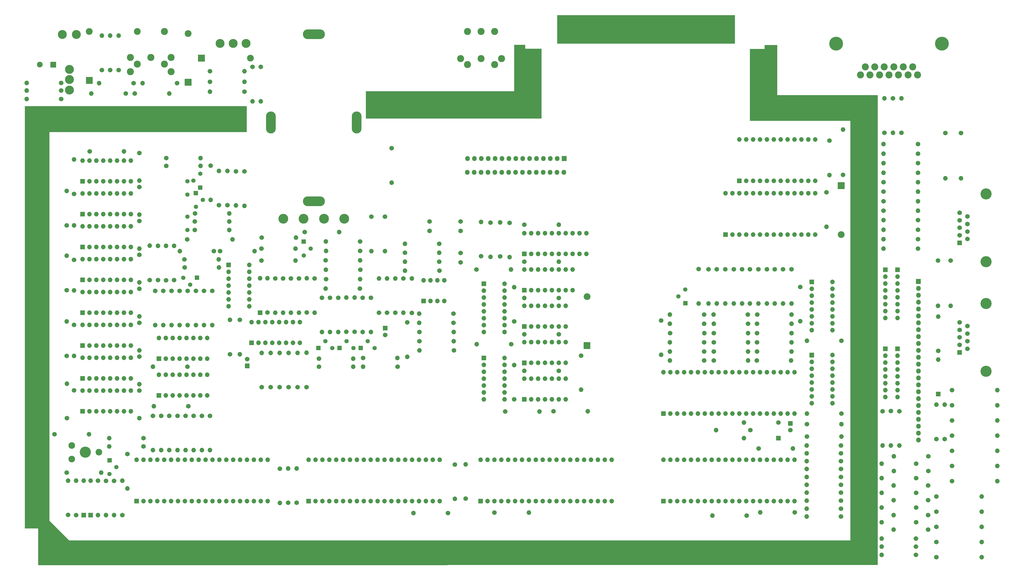
<source format=gts>
G04 #@! TF.GenerationSoftware,KiCad,Pcbnew,(5.1.9-0-10_14)*
G04 #@! TF.CreationDate,2021-03-15T15:37:22+01:00*
G04 #@! TF.ProjectId,Atari800XL,41746172-6938-4303-9058-4c2e6b696361,rev?*
G04 #@! TF.SameCoordinates,Original*
G04 #@! TF.FileFunction,Soldermask,Top*
G04 #@! TF.FilePolarity,Negative*
%FSLAX46Y46*%
G04 Gerber Fmt 4.6, Leading zero omitted, Abs format (unit mm)*
G04 Created by KiCad (PCBNEW (5.1.9-0-10_14)) date 2021-03-15 15:37:22*
%MOMM*%
%LPD*%
G01*
G04 APERTURE LIST*
%ADD10C,0.100000*%
%ADD11O,1.702000X1.702000*%
%ADD12C,1.702000*%
%ADD13C,4.102000*%
%ADD14C,3.302000*%
%ADD15C,1.602000*%
%ADD16C,3.602000*%
%ADD17O,3.602000X8.102000*%
%ADD18O,8.102000X3.602000*%
%ADD19C,2.602000*%
%ADD20C,5.102000*%
%ADD21C,2.442000*%
%ADD22O,1.802000X1.802000*%
%ADD23C,2.502000*%
%ADD24O,2.502000X2.502000*%
%ADD25C,2.102000*%
G04 APERTURE END LIST*
D10*
G36*
X215700000Y-41000000D02*
G01*
X221700000Y-41000000D01*
X221700000Y-66700000D01*
X157100000Y-66700000D01*
X157100000Y-56700000D01*
X211700000Y-56700000D01*
X211700000Y-39600000D01*
X215700000Y-39600000D01*
X215700000Y-41000000D01*
G37*
X215700000Y-41000000D02*
X221700000Y-41000000D01*
X221700000Y-66700000D01*
X157100000Y-66700000D01*
X157100000Y-56700000D01*
X211700000Y-56700000D01*
X211700000Y-39600000D01*
X215700000Y-39600000D01*
X215700000Y-41000000D01*
G36*
X292900000Y-39100000D02*
G01*
X227500000Y-39100000D01*
X227500000Y-28700000D01*
X292900000Y-28700000D01*
X292900000Y-39100000D01*
G37*
X292900000Y-39100000D02*
X227500000Y-39100000D01*
X227500000Y-28700000D01*
X292900000Y-28700000D01*
X292900000Y-39100000D01*
G36*
X308500000Y-58100000D02*
G01*
X345500000Y-58100000D01*
X345500000Y-231200000D01*
X335500000Y-231200000D01*
X335500000Y-67500000D01*
X298500000Y-67500000D01*
X298500000Y-41100000D01*
X303900000Y-41100000D01*
X303900000Y-39700000D01*
X308500000Y-39700000D01*
X308500000Y-58100000D01*
G37*
X308500000Y-58100000D02*
X345500000Y-58100000D01*
X345500000Y-231200000D01*
X335500000Y-231200000D01*
X335500000Y-67500000D01*
X298500000Y-67500000D01*
X298500000Y-41100000D01*
X303900000Y-41100000D01*
X303900000Y-39700000D01*
X308500000Y-39700000D01*
X308500000Y-58100000D01*
G36*
X113100000Y-71700000D02*
G01*
X40500000Y-71700000D01*
X40500000Y-214900000D01*
X47800000Y-222200000D01*
X335500000Y-222200000D01*
X335500000Y-231200000D01*
X36400000Y-231300000D01*
X36400000Y-217700000D01*
X31500000Y-217700000D01*
X31500000Y-62200000D01*
X113100000Y-62200000D01*
X113100000Y-71700000D01*
G37*
X113100000Y-71700000D02*
X40500000Y-71700000D01*
X40500000Y-214900000D01*
X47800000Y-222200000D01*
X335500000Y-222200000D01*
X335500000Y-231200000D01*
X36400000Y-231300000D01*
X36400000Y-217700000D01*
X31500000Y-217700000D01*
X31500000Y-62200000D01*
X113100000Y-62200000D01*
X113100000Y-71700000D01*
G36*
X215700000Y-41000000D02*
G01*
X221700000Y-41000000D01*
X221700000Y-66700000D01*
X157100000Y-66700000D01*
X157100000Y-56700000D01*
X211700000Y-56700000D01*
X211700000Y-39600000D01*
X215700000Y-39600000D01*
X215700000Y-41000000D01*
G37*
X215700000Y-41000000D02*
X221700000Y-41000000D01*
X221700000Y-66700000D01*
X157100000Y-66700000D01*
X157100000Y-56700000D01*
X211700000Y-56700000D01*
X211700000Y-39600000D01*
X215700000Y-39600000D01*
X215700000Y-41000000D01*
G36*
X292900000Y-39100000D02*
G01*
X227500000Y-39100000D01*
X227500000Y-28700000D01*
X292900000Y-28700000D01*
X292900000Y-39100000D01*
G37*
X292900000Y-39100000D02*
X227500000Y-39100000D01*
X227500000Y-28700000D01*
X292900000Y-28700000D01*
X292900000Y-39100000D01*
G36*
X308500000Y-58100000D02*
G01*
X345500000Y-58100000D01*
X345500000Y-231200000D01*
X335500000Y-231200000D01*
X335500000Y-67500000D01*
X298500000Y-67500000D01*
X298500000Y-41100000D01*
X303900000Y-41100000D01*
X303900000Y-39700000D01*
X308500000Y-39700000D01*
X308500000Y-58100000D01*
G37*
X308500000Y-58100000D02*
X345500000Y-58100000D01*
X345500000Y-231200000D01*
X335500000Y-231200000D01*
X335500000Y-67500000D01*
X298500000Y-67500000D01*
X298500000Y-41100000D01*
X303900000Y-41100000D01*
X303900000Y-39700000D01*
X308500000Y-39700000D01*
X308500000Y-58100000D01*
G36*
X113100000Y-71700000D02*
G01*
X40500000Y-71700000D01*
X40500000Y-214900000D01*
X47800000Y-222200000D01*
X335500000Y-222200000D01*
X335500000Y-231200000D01*
X36400000Y-231300000D01*
X36400000Y-217700000D01*
X31500000Y-217700000D01*
X31500000Y-62200000D01*
X113100000Y-62200000D01*
X113100000Y-71700000D01*
G37*
X113100000Y-71700000D02*
X40500000Y-71700000D01*
X40500000Y-214900000D01*
X47800000Y-222200000D01*
X335500000Y-222200000D01*
X335500000Y-231200000D01*
X36400000Y-231300000D01*
X36400000Y-217700000D01*
X31500000Y-217700000D01*
X31500000Y-62200000D01*
X113100000Y-62200000D01*
X113100000Y-71700000D01*
D11*
X52800000Y-94380000D03*
X70580000Y-102000000D03*
X55340000Y-94380000D03*
X68040000Y-102000000D03*
X57880000Y-94380000D03*
X65500000Y-102000000D03*
X60420000Y-94380000D03*
X62960000Y-102000000D03*
X62960000Y-94380000D03*
X60420000Y-102000000D03*
X65500000Y-94380000D03*
X57880000Y-102000000D03*
X68040000Y-94380000D03*
X55340000Y-102000000D03*
X70580000Y-94380000D03*
G36*
G01*
X53600000Y-102851000D02*
X52000000Y-102851000D01*
G75*
G02*
X51949000Y-102800000I0J51000D01*
G01*
X51949000Y-101200000D01*
G75*
G02*
X52000000Y-101149000I51000J0D01*
G01*
X53600000Y-101149000D01*
G75*
G02*
X53651000Y-101200000I0J-51000D01*
G01*
X53651000Y-102800000D01*
G75*
G02*
X53600000Y-102851000I-51000J0D01*
G01*
G37*
X136000000Y-192460000D03*
X184260000Y-207700000D03*
X138540000Y-192460000D03*
X181720000Y-207700000D03*
X141080000Y-192460000D03*
X179180000Y-207700000D03*
X143620000Y-192460000D03*
X176640000Y-207700000D03*
X146160000Y-192460000D03*
X174100000Y-207700000D03*
X148700000Y-192460000D03*
X171560000Y-207700000D03*
X151240000Y-192460000D03*
X169020000Y-207700000D03*
X153780000Y-192460000D03*
X166480000Y-207700000D03*
X156320000Y-192460000D03*
X163940000Y-207700000D03*
X158860000Y-192460000D03*
X161400000Y-207700000D03*
X161400000Y-192460000D03*
X158860000Y-207700000D03*
X163940000Y-192460000D03*
X156320000Y-207700000D03*
X166480000Y-192460000D03*
X153780000Y-207700000D03*
X169020000Y-192460000D03*
X151240000Y-207700000D03*
X171560000Y-192460000D03*
X148700000Y-207700000D03*
X174100000Y-192460000D03*
X146160000Y-207700000D03*
X176640000Y-192460000D03*
X143620000Y-207700000D03*
X179180000Y-192460000D03*
X141080000Y-207700000D03*
X181720000Y-192460000D03*
X138540000Y-207700000D03*
X184260000Y-192460000D03*
G36*
G01*
X136800000Y-208551000D02*
X135200000Y-208551000D01*
G75*
G02*
X135149000Y-208500000I0J51000D01*
G01*
X135149000Y-206900000D01*
G75*
G02*
X135200000Y-206849000I51000J0D01*
G01*
X136800000Y-206849000D01*
G75*
G02*
X136851000Y-206900000I0J-51000D01*
G01*
X136851000Y-208500000D01*
G75*
G02*
X136800000Y-208551000I-51000J0D01*
G01*
G37*
G36*
G01*
X229039000Y-39000000D02*
X229039000Y-29000000D01*
G75*
G02*
X229090000Y-28949000I51000J0D01*
G01*
X230360000Y-28949000D01*
G75*
G02*
X230411000Y-29000000I0J-51000D01*
G01*
X230411000Y-39000000D01*
G75*
G02*
X230360000Y-39051000I-51000J0D01*
G01*
X229090000Y-39051000D01*
G75*
G02*
X229039000Y-39000000I0J51000D01*
G01*
G37*
G36*
G01*
X231579000Y-39000000D02*
X231579000Y-29000000D01*
G75*
G02*
X231630000Y-28949000I51000J0D01*
G01*
X232900000Y-28949000D01*
G75*
G02*
X232951000Y-29000000I0J-51000D01*
G01*
X232951000Y-39000000D01*
G75*
G02*
X232900000Y-39051000I-51000J0D01*
G01*
X231630000Y-39051000D01*
G75*
G02*
X231579000Y-39000000I0J51000D01*
G01*
G37*
G36*
G01*
X234119000Y-39000000D02*
X234119000Y-29000000D01*
G75*
G02*
X234170000Y-28949000I51000J0D01*
G01*
X235440000Y-28949000D01*
G75*
G02*
X235491000Y-29000000I0J-51000D01*
G01*
X235491000Y-39000000D01*
G75*
G02*
X235440000Y-39051000I-51000J0D01*
G01*
X234170000Y-39051000D01*
G75*
G02*
X234119000Y-39000000I0J51000D01*
G01*
G37*
G36*
G01*
X236659000Y-39000000D02*
X236659000Y-29000000D01*
G75*
G02*
X236710000Y-28949000I51000J0D01*
G01*
X237980000Y-28949000D01*
G75*
G02*
X238031000Y-29000000I0J-51000D01*
G01*
X238031000Y-39000000D01*
G75*
G02*
X237980000Y-39051000I-51000J0D01*
G01*
X236710000Y-39051000D01*
G75*
G02*
X236659000Y-39000000I0J51000D01*
G01*
G37*
G36*
G01*
X239199000Y-39000000D02*
X239199000Y-29000000D01*
G75*
G02*
X239250000Y-28949000I51000J0D01*
G01*
X240520000Y-28949000D01*
G75*
G02*
X240571000Y-29000000I0J-51000D01*
G01*
X240571000Y-39000000D01*
G75*
G02*
X240520000Y-39051000I-51000J0D01*
G01*
X239250000Y-39051000D01*
G75*
G02*
X239199000Y-39000000I0J51000D01*
G01*
G37*
G36*
G01*
X241739000Y-39000000D02*
X241739000Y-29000000D01*
G75*
G02*
X241790000Y-28949000I51000J0D01*
G01*
X243060000Y-28949000D01*
G75*
G02*
X243111000Y-29000000I0J-51000D01*
G01*
X243111000Y-39000000D01*
G75*
G02*
X243060000Y-39051000I-51000J0D01*
G01*
X241790000Y-39051000D01*
G75*
G02*
X241739000Y-39000000I0J51000D01*
G01*
G37*
G36*
G01*
X244279000Y-39000000D02*
X244279000Y-29000000D01*
G75*
G02*
X244330000Y-28949000I51000J0D01*
G01*
X245600000Y-28949000D01*
G75*
G02*
X245651000Y-29000000I0J-51000D01*
G01*
X245651000Y-39000000D01*
G75*
G02*
X245600000Y-39051000I-51000J0D01*
G01*
X244330000Y-39051000D01*
G75*
G02*
X244279000Y-39000000I0J51000D01*
G01*
G37*
G36*
G01*
X246819000Y-39000000D02*
X246819000Y-29000000D01*
G75*
G02*
X246870000Y-28949000I51000J0D01*
G01*
X248140000Y-28949000D01*
G75*
G02*
X248191000Y-29000000I0J-51000D01*
G01*
X248191000Y-39000000D01*
G75*
G02*
X248140000Y-39051000I-51000J0D01*
G01*
X246870000Y-39051000D01*
G75*
G02*
X246819000Y-39000000I0J51000D01*
G01*
G37*
G36*
G01*
X251899000Y-39000000D02*
X251899000Y-29000000D01*
G75*
G02*
X251950000Y-28949000I51000J0D01*
G01*
X253220000Y-28949000D01*
G75*
G02*
X253271000Y-29000000I0J-51000D01*
G01*
X253271000Y-39000000D01*
G75*
G02*
X253220000Y-39051000I-51000J0D01*
G01*
X251950000Y-39051000D01*
G75*
G02*
X251899000Y-39000000I0J51000D01*
G01*
G37*
G36*
G01*
X249359000Y-39000000D02*
X249359000Y-29000000D01*
G75*
G02*
X249410000Y-28949000I51000J0D01*
G01*
X250680000Y-28949000D01*
G75*
G02*
X250731000Y-29000000I0J-51000D01*
G01*
X250731000Y-39000000D01*
G75*
G02*
X250680000Y-39051000I-51000J0D01*
G01*
X249410000Y-39051000D01*
G75*
G02*
X249359000Y-39000000I0J51000D01*
G01*
G37*
G36*
G01*
X254439000Y-39000000D02*
X254439000Y-29000000D01*
G75*
G02*
X254490000Y-28949000I51000J0D01*
G01*
X255760000Y-28949000D01*
G75*
G02*
X255811000Y-29000000I0J-51000D01*
G01*
X255811000Y-39000000D01*
G75*
G02*
X255760000Y-39051000I-51000J0D01*
G01*
X254490000Y-39051000D01*
G75*
G02*
X254439000Y-39000000I0J51000D01*
G01*
G37*
G36*
G01*
X262059000Y-39000000D02*
X262059000Y-29000000D01*
G75*
G02*
X262110000Y-28949000I51000J0D01*
G01*
X263380000Y-28949000D01*
G75*
G02*
X263431000Y-29000000I0J-51000D01*
G01*
X263431000Y-39000000D01*
G75*
G02*
X263380000Y-39051000I-51000J0D01*
G01*
X262110000Y-39051000D01*
G75*
G02*
X262059000Y-39000000I0J51000D01*
G01*
G37*
G36*
G01*
X264599000Y-39000000D02*
X264599000Y-29000000D01*
G75*
G02*
X264650000Y-28949000I51000J0D01*
G01*
X265920000Y-28949000D01*
G75*
G02*
X265971000Y-29000000I0J-51000D01*
G01*
X265971000Y-39000000D01*
G75*
G02*
X265920000Y-39051000I-51000J0D01*
G01*
X264650000Y-39051000D01*
G75*
G02*
X264599000Y-39000000I0J51000D01*
G01*
G37*
G36*
G01*
X267139000Y-39000000D02*
X267139000Y-29000000D01*
G75*
G02*
X267190000Y-28949000I51000J0D01*
G01*
X268460000Y-28949000D01*
G75*
G02*
X268511000Y-29000000I0J-51000D01*
G01*
X268511000Y-39000000D01*
G75*
G02*
X268460000Y-39051000I-51000J0D01*
G01*
X267190000Y-39051000D01*
G75*
G02*
X267139000Y-39000000I0J51000D01*
G01*
G37*
G36*
G01*
X269679000Y-39000000D02*
X269679000Y-29000000D01*
G75*
G02*
X269730000Y-28949000I51000J0D01*
G01*
X271000000Y-28949000D01*
G75*
G02*
X271051000Y-29000000I0J-51000D01*
G01*
X271051000Y-39000000D01*
G75*
G02*
X271000000Y-39051000I-51000J0D01*
G01*
X269730000Y-39051000D01*
G75*
G02*
X269679000Y-39000000I0J51000D01*
G01*
G37*
G36*
G01*
X272219000Y-39000000D02*
X272219000Y-29000000D01*
G75*
G02*
X272270000Y-28949000I51000J0D01*
G01*
X273540000Y-28949000D01*
G75*
G02*
X273591000Y-29000000I0J-51000D01*
G01*
X273591000Y-39000000D01*
G75*
G02*
X273540000Y-39051000I-51000J0D01*
G01*
X272270000Y-39051000D01*
G75*
G02*
X272219000Y-39000000I0J51000D01*
G01*
G37*
G36*
G01*
X274759000Y-39000000D02*
X274759000Y-29000000D01*
G75*
G02*
X274810000Y-28949000I51000J0D01*
G01*
X276080000Y-28949000D01*
G75*
G02*
X276131000Y-29000000I0J-51000D01*
G01*
X276131000Y-39000000D01*
G75*
G02*
X276080000Y-39051000I-51000J0D01*
G01*
X274810000Y-39051000D01*
G75*
G02*
X274759000Y-39000000I0J51000D01*
G01*
G37*
G36*
G01*
X277299000Y-39000000D02*
X277299000Y-29000000D01*
G75*
G02*
X277350000Y-28949000I51000J0D01*
G01*
X278620000Y-28949000D01*
G75*
G02*
X278671000Y-29000000I0J-51000D01*
G01*
X278671000Y-39000000D01*
G75*
G02*
X278620000Y-39051000I-51000J0D01*
G01*
X277350000Y-39051000D01*
G75*
G02*
X277299000Y-39000000I0J51000D01*
G01*
G37*
G36*
G01*
X279839000Y-39000000D02*
X279839000Y-29000000D01*
G75*
G02*
X279890000Y-28949000I51000J0D01*
G01*
X281160000Y-28949000D01*
G75*
G02*
X281211000Y-29000000I0J-51000D01*
G01*
X281211000Y-39000000D01*
G75*
G02*
X281160000Y-39051000I-51000J0D01*
G01*
X279890000Y-39051000D01*
G75*
G02*
X279839000Y-39000000I0J51000D01*
G01*
G37*
G36*
G01*
X282379000Y-39000000D02*
X282379000Y-29000000D01*
G75*
G02*
X282430000Y-28949000I51000J0D01*
G01*
X283700000Y-28949000D01*
G75*
G02*
X283751000Y-29000000I0J-51000D01*
G01*
X283751000Y-39000000D01*
G75*
G02*
X283700000Y-39051000I-51000J0D01*
G01*
X282430000Y-39051000D01*
G75*
G02*
X282379000Y-39000000I0J51000D01*
G01*
G37*
G36*
G01*
X284919000Y-39000000D02*
X284919000Y-29000000D01*
G75*
G02*
X284970000Y-28949000I51000J0D01*
G01*
X286240000Y-28949000D01*
G75*
G02*
X286291000Y-29000000I0J-51000D01*
G01*
X286291000Y-39000000D01*
G75*
G02*
X286240000Y-39051000I-51000J0D01*
G01*
X284970000Y-39051000D01*
G75*
G02*
X284919000Y-39000000I0J51000D01*
G01*
G37*
G36*
G01*
X287459000Y-39000000D02*
X287459000Y-29000000D01*
G75*
G02*
X287510000Y-28949000I51000J0D01*
G01*
X288780000Y-28949000D01*
G75*
G02*
X288831000Y-29000000I0J-51000D01*
G01*
X288831000Y-39000000D01*
G75*
G02*
X288780000Y-39051000I-51000J0D01*
G01*
X287510000Y-39051000D01*
G75*
G02*
X287459000Y-39000000I0J51000D01*
G01*
G37*
G36*
G01*
X289999000Y-39000000D02*
X289999000Y-29000000D01*
G75*
G02*
X290050000Y-28949000I51000J0D01*
G01*
X291320000Y-28949000D01*
G75*
G02*
X291371000Y-29000000I0J-51000D01*
G01*
X291371000Y-39000000D01*
G75*
G02*
X291320000Y-39051000I-51000J0D01*
G01*
X290050000Y-39051000D01*
G75*
G02*
X289999000Y-39000000I0J51000D01*
G01*
G37*
G36*
G01*
X256979000Y-39000000D02*
X256979000Y-29000000D01*
G75*
G02*
X257030000Y-28949000I51000J0D01*
G01*
X258300000Y-28949000D01*
G75*
G02*
X258351000Y-29000000I0J-51000D01*
G01*
X258351000Y-39000000D01*
G75*
G02*
X258300000Y-39051000I-51000J0D01*
G01*
X257030000Y-39051000D01*
G75*
G02*
X256979000Y-39000000I0J51000D01*
G01*
G37*
G36*
G01*
X259519000Y-39000000D02*
X259519000Y-29000000D01*
G75*
G02*
X259570000Y-28949000I51000J0D01*
G01*
X260840000Y-28949000D01*
G75*
G02*
X260891000Y-29000000I0J-51000D01*
G01*
X260891000Y-39000000D01*
G75*
G02*
X260840000Y-39051000I-51000J0D01*
G01*
X259570000Y-39051000D01*
G75*
G02*
X259519000Y-39000000I0J51000D01*
G01*
G37*
G36*
G01*
X229039000Y-39000000D02*
X229039000Y-29000000D01*
G75*
G02*
X229090000Y-28949000I51000J0D01*
G01*
X230360000Y-28949000D01*
G75*
G02*
X230411000Y-29000000I0J-51000D01*
G01*
X230411000Y-39000000D01*
G75*
G02*
X230360000Y-39051000I-51000J0D01*
G01*
X229090000Y-39051000D01*
G75*
G02*
X229039000Y-39000000I0J51000D01*
G01*
G37*
G36*
G01*
X231579000Y-39000000D02*
X231579000Y-29000000D01*
G75*
G02*
X231630000Y-28949000I51000J0D01*
G01*
X232900000Y-28949000D01*
G75*
G02*
X232951000Y-29000000I0J-51000D01*
G01*
X232951000Y-39000000D01*
G75*
G02*
X232900000Y-39051000I-51000J0D01*
G01*
X231630000Y-39051000D01*
G75*
G02*
X231579000Y-39000000I0J51000D01*
G01*
G37*
G36*
G01*
X234119000Y-39000000D02*
X234119000Y-29000000D01*
G75*
G02*
X234170000Y-28949000I51000J0D01*
G01*
X235440000Y-28949000D01*
G75*
G02*
X235491000Y-29000000I0J-51000D01*
G01*
X235491000Y-39000000D01*
G75*
G02*
X235440000Y-39051000I-51000J0D01*
G01*
X234170000Y-39051000D01*
G75*
G02*
X234119000Y-39000000I0J51000D01*
G01*
G37*
G36*
G01*
X236659000Y-39000000D02*
X236659000Y-29000000D01*
G75*
G02*
X236710000Y-28949000I51000J0D01*
G01*
X237980000Y-28949000D01*
G75*
G02*
X238031000Y-29000000I0J-51000D01*
G01*
X238031000Y-39000000D01*
G75*
G02*
X237980000Y-39051000I-51000J0D01*
G01*
X236710000Y-39051000D01*
G75*
G02*
X236659000Y-39000000I0J51000D01*
G01*
G37*
G36*
G01*
X239199000Y-39000000D02*
X239199000Y-29000000D01*
G75*
G02*
X239250000Y-28949000I51000J0D01*
G01*
X240520000Y-28949000D01*
G75*
G02*
X240571000Y-29000000I0J-51000D01*
G01*
X240571000Y-39000000D01*
G75*
G02*
X240520000Y-39051000I-51000J0D01*
G01*
X239250000Y-39051000D01*
G75*
G02*
X239199000Y-39000000I0J51000D01*
G01*
G37*
G36*
G01*
X241739000Y-39000000D02*
X241739000Y-29000000D01*
G75*
G02*
X241790000Y-28949000I51000J0D01*
G01*
X243060000Y-28949000D01*
G75*
G02*
X243111000Y-29000000I0J-51000D01*
G01*
X243111000Y-39000000D01*
G75*
G02*
X243060000Y-39051000I-51000J0D01*
G01*
X241790000Y-39051000D01*
G75*
G02*
X241739000Y-39000000I0J51000D01*
G01*
G37*
G36*
G01*
X244279000Y-39000000D02*
X244279000Y-29000000D01*
G75*
G02*
X244330000Y-28949000I51000J0D01*
G01*
X245600000Y-28949000D01*
G75*
G02*
X245651000Y-29000000I0J-51000D01*
G01*
X245651000Y-39000000D01*
G75*
G02*
X245600000Y-39051000I-51000J0D01*
G01*
X244330000Y-39051000D01*
G75*
G02*
X244279000Y-39000000I0J51000D01*
G01*
G37*
G36*
G01*
X246819000Y-39000000D02*
X246819000Y-29000000D01*
G75*
G02*
X246870000Y-28949000I51000J0D01*
G01*
X248140000Y-28949000D01*
G75*
G02*
X248191000Y-29000000I0J-51000D01*
G01*
X248191000Y-39000000D01*
G75*
G02*
X248140000Y-39051000I-51000J0D01*
G01*
X246870000Y-39051000D01*
G75*
G02*
X246819000Y-39000000I0J51000D01*
G01*
G37*
G36*
G01*
X249359000Y-39000000D02*
X249359000Y-29000000D01*
G75*
G02*
X249410000Y-28949000I51000J0D01*
G01*
X250680000Y-28949000D01*
G75*
G02*
X250731000Y-29000000I0J-51000D01*
G01*
X250731000Y-39000000D01*
G75*
G02*
X250680000Y-39051000I-51000J0D01*
G01*
X249410000Y-39051000D01*
G75*
G02*
X249359000Y-39000000I0J51000D01*
G01*
G37*
G36*
G01*
X251899000Y-39000000D02*
X251899000Y-29000000D01*
G75*
G02*
X251950000Y-28949000I51000J0D01*
G01*
X253220000Y-28949000D01*
G75*
G02*
X253271000Y-29000000I0J-51000D01*
G01*
X253271000Y-39000000D01*
G75*
G02*
X253220000Y-39051000I-51000J0D01*
G01*
X251950000Y-39051000D01*
G75*
G02*
X251899000Y-39000000I0J51000D01*
G01*
G37*
G36*
G01*
X254439000Y-39000000D02*
X254439000Y-29000000D01*
G75*
G02*
X254490000Y-28949000I51000J0D01*
G01*
X255760000Y-28949000D01*
G75*
G02*
X255811000Y-29000000I0J-51000D01*
G01*
X255811000Y-39000000D01*
G75*
G02*
X255760000Y-39051000I-51000J0D01*
G01*
X254490000Y-39051000D01*
G75*
G02*
X254439000Y-39000000I0J51000D01*
G01*
G37*
G36*
G01*
X256979000Y-39000000D02*
X256979000Y-29000000D01*
G75*
G02*
X257030000Y-28949000I51000J0D01*
G01*
X258300000Y-28949000D01*
G75*
G02*
X258351000Y-29000000I0J-51000D01*
G01*
X258351000Y-39000000D01*
G75*
G02*
X258300000Y-39051000I-51000J0D01*
G01*
X257030000Y-39051000D01*
G75*
G02*
X256979000Y-39000000I0J51000D01*
G01*
G37*
G36*
G01*
X259519000Y-39000000D02*
X259519000Y-29000000D01*
G75*
G02*
X259570000Y-28949000I51000J0D01*
G01*
X260840000Y-28949000D01*
G75*
G02*
X260891000Y-29000000I0J-51000D01*
G01*
X260891000Y-39000000D01*
G75*
G02*
X260840000Y-39051000I-51000J0D01*
G01*
X259570000Y-39051000D01*
G75*
G02*
X259519000Y-39000000I0J51000D01*
G01*
G37*
G36*
G01*
X262059000Y-39000000D02*
X262059000Y-29000000D01*
G75*
G02*
X262110000Y-28949000I51000J0D01*
G01*
X263380000Y-28949000D01*
G75*
G02*
X263431000Y-29000000I0J-51000D01*
G01*
X263431000Y-39000000D01*
G75*
G02*
X263380000Y-39051000I-51000J0D01*
G01*
X262110000Y-39051000D01*
G75*
G02*
X262059000Y-39000000I0J51000D01*
G01*
G37*
G36*
G01*
X264599000Y-39000000D02*
X264599000Y-29000000D01*
G75*
G02*
X264650000Y-28949000I51000J0D01*
G01*
X265920000Y-28949000D01*
G75*
G02*
X265971000Y-29000000I0J-51000D01*
G01*
X265971000Y-39000000D01*
G75*
G02*
X265920000Y-39051000I-51000J0D01*
G01*
X264650000Y-39051000D01*
G75*
G02*
X264599000Y-39000000I0J51000D01*
G01*
G37*
G36*
G01*
X267139000Y-39000000D02*
X267139000Y-29000000D01*
G75*
G02*
X267190000Y-28949000I51000J0D01*
G01*
X268460000Y-28949000D01*
G75*
G02*
X268511000Y-29000000I0J-51000D01*
G01*
X268511000Y-39000000D01*
G75*
G02*
X268460000Y-39051000I-51000J0D01*
G01*
X267190000Y-39051000D01*
G75*
G02*
X267139000Y-39000000I0J51000D01*
G01*
G37*
G36*
G01*
X269679000Y-39000000D02*
X269679000Y-29000000D01*
G75*
G02*
X269730000Y-28949000I51000J0D01*
G01*
X271000000Y-28949000D01*
G75*
G02*
X271051000Y-29000000I0J-51000D01*
G01*
X271051000Y-39000000D01*
G75*
G02*
X271000000Y-39051000I-51000J0D01*
G01*
X269730000Y-39051000D01*
G75*
G02*
X269679000Y-39000000I0J51000D01*
G01*
G37*
G36*
G01*
X272219000Y-39000000D02*
X272219000Y-29000000D01*
G75*
G02*
X272270000Y-28949000I51000J0D01*
G01*
X273540000Y-28949000D01*
G75*
G02*
X273591000Y-29000000I0J-51000D01*
G01*
X273591000Y-39000000D01*
G75*
G02*
X273540000Y-39051000I-51000J0D01*
G01*
X272270000Y-39051000D01*
G75*
G02*
X272219000Y-39000000I0J51000D01*
G01*
G37*
G36*
G01*
X274759000Y-39000000D02*
X274759000Y-29000000D01*
G75*
G02*
X274810000Y-28949000I51000J0D01*
G01*
X276080000Y-28949000D01*
G75*
G02*
X276131000Y-29000000I0J-51000D01*
G01*
X276131000Y-39000000D01*
G75*
G02*
X276080000Y-39051000I-51000J0D01*
G01*
X274810000Y-39051000D01*
G75*
G02*
X274759000Y-39000000I0J51000D01*
G01*
G37*
G36*
G01*
X277299000Y-39000000D02*
X277299000Y-29000000D01*
G75*
G02*
X277350000Y-28949000I51000J0D01*
G01*
X278620000Y-28949000D01*
G75*
G02*
X278671000Y-29000000I0J-51000D01*
G01*
X278671000Y-39000000D01*
G75*
G02*
X278620000Y-39051000I-51000J0D01*
G01*
X277350000Y-39051000D01*
G75*
G02*
X277299000Y-39000000I0J51000D01*
G01*
G37*
G36*
G01*
X279839000Y-39000000D02*
X279839000Y-29000000D01*
G75*
G02*
X279890000Y-28949000I51000J0D01*
G01*
X281160000Y-28949000D01*
G75*
G02*
X281211000Y-29000000I0J-51000D01*
G01*
X281211000Y-39000000D01*
G75*
G02*
X281160000Y-39051000I-51000J0D01*
G01*
X279890000Y-39051000D01*
G75*
G02*
X279839000Y-39000000I0J51000D01*
G01*
G37*
G36*
G01*
X282379000Y-39000000D02*
X282379000Y-29000000D01*
G75*
G02*
X282430000Y-28949000I51000J0D01*
G01*
X283700000Y-28949000D01*
G75*
G02*
X283751000Y-29000000I0J-51000D01*
G01*
X283751000Y-39000000D01*
G75*
G02*
X283700000Y-39051000I-51000J0D01*
G01*
X282430000Y-39051000D01*
G75*
G02*
X282379000Y-39000000I0J51000D01*
G01*
G37*
G36*
G01*
X284919000Y-39000000D02*
X284919000Y-29000000D01*
G75*
G02*
X284970000Y-28949000I51000J0D01*
G01*
X286240000Y-28949000D01*
G75*
G02*
X286291000Y-29000000I0J-51000D01*
G01*
X286291000Y-39000000D01*
G75*
G02*
X286240000Y-39051000I-51000J0D01*
G01*
X284970000Y-39051000D01*
G75*
G02*
X284919000Y-39000000I0J51000D01*
G01*
G37*
G36*
G01*
X287459000Y-39000000D02*
X287459000Y-29000000D01*
G75*
G02*
X287510000Y-28949000I51000J0D01*
G01*
X288780000Y-28949000D01*
G75*
G02*
X288831000Y-29000000I0J-51000D01*
G01*
X288831000Y-39000000D01*
G75*
G02*
X288780000Y-39051000I-51000J0D01*
G01*
X287510000Y-39051000D01*
G75*
G02*
X287459000Y-39000000I0J51000D01*
G01*
G37*
G36*
G01*
X289999000Y-39000000D02*
X289999000Y-29000000D01*
G75*
G02*
X290050000Y-28949000I51000J0D01*
G01*
X291320000Y-28949000D01*
G75*
G02*
X291371000Y-29000000I0J-51000D01*
G01*
X291371000Y-39000000D01*
G75*
G02*
X291320000Y-39051000I-51000J0D01*
G01*
X290050000Y-39051000D01*
G75*
G02*
X289999000Y-39000000I0J51000D01*
G01*
G37*
X269000000Y-155900000D03*
D12*
X281600000Y-155900000D03*
D11*
X269000000Y-142400000D03*
D12*
X281600000Y-142400000D03*
D11*
X351400000Y-218200000D03*
D12*
X364100000Y-218200000D03*
D11*
X319400000Y-204600000D03*
D12*
X332000000Y-204600000D03*
D11*
X350400000Y-187200000D03*
D12*
X350400000Y-174500000D03*
D11*
X389600000Y-200400000D03*
D12*
X372900000Y-200400000D03*
D11*
X389600000Y-194800000D03*
D12*
X372900000Y-194800000D03*
D11*
X389600000Y-183600000D03*
D12*
X372900000Y-183600000D03*
D11*
X389600000Y-189200000D03*
D12*
X372900000Y-189200000D03*
D13*
X385400000Y-94500000D03*
X385400000Y-119500000D03*
D12*
X378540000Y-102845000D03*
X378540000Y-105615000D03*
X378540000Y-108385000D03*
X378540000Y-111155000D03*
X375700000Y-101460000D03*
X375700000Y-104230000D03*
X375700000Y-107000000D03*
X375700000Y-109770000D03*
G36*
G01*
X376500000Y-113391000D02*
X374900000Y-113391000D01*
G75*
G02*
X374849000Y-113340000I0J51000D01*
G01*
X374849000Y-111740000D01*
G75*
G02*
X374900000Y-111689000I51000J0D01*
G01*
X376500000Y-111689000D01*
G75*
G02*
X376551000Y-111740000I0J-51000D01*
G01*
X376551000Y-113340000D01*
G75*
G02*
X376500000Y-113391000I-51000J0D01*
G01*
G37*
D11*
X352800000Y-169360000D03*
X352800000Y-166820000D03*
X352800000Y-164280000D03*
X352800000Y-161740000D03*
X352800000Y-159200000D03*
X352800000Y-156660000D03*
X352800000Y-154120000D03*
G36*
G01*
X352000000Y-150729000D02*
X353600000Y-150729000D01*
G75*
G02*
X353651000Y-150780000I0J-51000D01*
G01*
X353651000Y-152380000D01*
G75*
G02*
X353600000Y-152431000I-51000J0D01*
G01*
X352000000Y-152431000D01*
G75*
G02*
X351949000Y-152380000I0J51000D01*
G01*
X351949000Y-150780000D01*
G75*
G02*
X352000000Y-150729000I51000J0D01*
G01*
G37*
D14*
X50450000Y-35800000D03*
X45350000Y-35800000D03*
X47900000Y-48600000D03*
X47900000Y-52400000D03*
X47900000Y-56300000D03*
D11*
X73700000Y-139660000D03*
D12*
X73700000Y-129500000D03*
D11*
X73700000Y-152160000D03*
D12*
X73700000Y-142000000D03*
D11*
X73700000Y-164660000D03*
D12*
X73700000Y-154500000D03*
D11*
X73700000Y-177160000D03*
D12*
X73700000Y-167000000D03*
D11*
X73700000Y-127160000D03*
D12*
X73700000Y-117000000D03*
D11*
X73700000Y-114660000D03*
D12*
X73700000Y-104500000D03*
D11*
X73700000Y-102160000D03*
D12*
X73700000Y-92000000D03*
D11*
X73700000Y-89660000D03*
D12*
X73700000Y-79500000D03*
G36*
G01*
X96901000Y-91450000D02*
X96901000Y-92950000D01*
G75*
G02*
X96850000Y-93001000I-51000J0D01*
G01*
X95350000Y-93001000D01*
G75*
G02*
X95299000Y-92950000I0J51000D01*
G01*
X95299000Y-91450000D01*
G75*
G02*
X95350000Y-91399000I51000J0D01*
G01*
X96850000Y-91399000D01*
G75*
G02*
X96901000Y-91450000I0J-51000D01*
G01*
G37*
D15*
X96100000Y-87120000D03*
X93560000Y-89660000D03*
G36*
G01*
X93699000Y-94950000D02*
X93699000Y-93450000D01*
G75*
G02*
X93750000Y-93399000I51000J0D01*
G01*
X95250000Y-93399000D01*
G75*
G02*
X95301000Y-93450000I0J-51000D01*
G01*
X95301000Y-94950000D01*
G75*
G02*
X95250000Y-95001000I-51000J0D01*
G01*
X93750000Y-95001000D01*
G75*
G02*
X93699000Y-94950000I0J51000D01*
G01*
G37*
X94500000Y-99280000D03*
X97040000Y-96740000D03*
D11*
X313800000Y-139000000D03*
D12*
X301200000Y-139000000D03*
D16*
X149150000Y-103700000D03*
X141650000Y-103700000D03*
X134150000Y-103700000D03*
X126650000Y-103700000D03*
D17*
X122100000Y-68200000D03*
X153700000Y-68200000D03*
D18*
X137900000Y-97200000D03*
X137900000Y-35700000D03*
G36*
G01*
X275501000Y-134050000D02*
X275501000Y-135550000D01*
G75*
G02*
X275450000Y-135601000I-51000J0D01*
G01*
X273950000Y-135601000D01*
G75*
G02*
X273899000Y-135550000I0J51000D01*
G01*
X273899000Y-134050000D01*
G75*
G02*
X273950000Y-133999000I51000J0D01*
G01*
X275450000Y-133999000D01*
G75*
G02*
X275501000Y-134050000I0J-51000D01*
G01*
G37*
D15*
X274700000Y-129720000D03*
X272160000Y-132260000D03*
D11*
X332200000Y-183900000D03*
D12*
X319500000Y-183900000D03*
D19*
X360200000Y-50700000D03*
X356700000Y-50700000D03*
X353200000Y-50700000D03*
X349700000Y-50700000D03*
X346200000Y-50700000D03*
X342700000Y-50700000D03*
X339200000Y-50700000D03*
X358450000Y-47700000D03*
X354950000Y-47700000D03*
X351450000Y-47700000D03*
X347950000Y-47700000D03*
X344450000Y-47700000D03*
X340950000Y-47700000D03*
D20*
X369200000Y-39200000D03*
X330200000Y-39200000D03*
D15*
X91350000Y-107800000D03*
X91350000Y-102900000D03*
X91350000Y-94800000D03*
X91350000Y-89900000D03*
D11*
X106800000Y-101700000D03*
D12*
X94200000Y-101700000D03*
D11*
X215400000Y-135780000D03*
X230640000Y-143400000D03*
X217940000Y-135780000D03*
X228100000Y-143400000D03*
X220480000Y-135780000D03*
X225560000Y-143400000D03*
X223020000Y-135780000D03*
X223020000Y-143400000D03*
X225560000Y-135780000D03*
X220480000Y-143400000D03*
X228100000Y-135780000D03*
X217940000Y-143400000D03*
X230640000Y-135780000D03*
G36*
G01*
X216200000Y-144251000D02*
X214600000Y-144251000D01*
G75*
G02*
X214549000Y-144200000I0J51000D01*
G01*
X214549000Y-142600000D01*
G75*
G02*
X214600000Y-142549000I51000J0D01*
G01*
X216200000Y-142549000D01*
G75*
G02*
X216251000Y-142600000I0J-51000D01*
G01*
X216251000Y-144200000D01*
G75*
G02*
X216200000Y-144251000I-51000J0D01*
G01*
G37*
X208120000Y-154960000D03*
X200500000Y-170200000D03*
X208120000Y-157500000D03*
X200500000Y-167660000D03*
X208120000Y-160040000D03*
X200500000Y-165120000D03*
X208120000Y-162580000D03*
X200500000Y-162580000D03*
X208120000Y-165120000D03*
X200500000Y-160040000D03*
X208120000Y-167660000D03*
X200500000Y-157500000D03*
X208120000Y-170200000D03*
G36*
G01*
X199649000Y-155760000D02*
X199649000Y-154160000D01*
G75*
G02*
X199700000Y-154109000I51000J0D01*
G01*
X201300000Y-154109000D01*
G75*
G02*
X201351000Y-154160000I0J-51000D01*
G01*
X201351000Y-155760000D01*
G75*
G02*
X201300000Y-155811000I-51000J0D01*
G01*
X199700000Y-155811000D01*
G75*
G02*
X199649000Y-155760000I0J51000D01*
G01*
G37*
X208120000Y-127620000D03*
X200500000Y-145400000D03*
X208120000Y-130160000D03*
X200500000Y-142860000D03*
X208120000Y-132700000D03*
X200500000Y-140320000D03*
X208120000Y-135240000D03*
X200500000Y-137780000D03*
X208120000Y-137780000D03*
X200500000Y-135240000D03*
X208120000Y-140320000D03*
X200500000Y-132700000D03*
X208120000Y-142860000D03*
X200500000Y-130160000D03*
X208120000Y-145400000D03*
G36*
G01*
X199649000Y-128420000D02*
X199649000Y-126820000D01*
G75*
G02*
X199700000Y-126769000I51000J0D01*
G01*
X201300000Y-126769000D01*
G75*
G02*
X201351000Y-126820000I0J-51000D01*
G01*
X201351000Y-128420000D01*
G75*
G02*
X201300000Y-128471000I-51000J0D01*
G01*
X199700000Y-128471000D01*
G75*
G02*
X199649000Y-128420000I0J51000D01*
G01*
G37*
X80900000Y-147580000D03*
X98680000Y-155200000D03*
X83440000Y-147580000D03*
X96140000Y-155200000D03*
X85980000Y-147580000D03*
X93600000Y-155200000D03*
X88520000Y-147580000D03*
X91060000Y-155200000D03*
X91060000Y-147580000D03*
X88520000Y-155200000D03*
X93600000Y-147580000D03*
X85980000Y-155200000D03*
X96140000Y-147580000D03*
X83440000Y-155200000D03*
X98680000Y-147580000D03*
G36*
G01*
X81700000Y-156051000D02*
X80100000Y-156051000D01*
G75*
G02*
X80049000Y-156000000I0J51000D01*
G01*
X80049000Y-154400000D01*
G75*
G02*
X80100000Y-154349000I51000J0D01*
G01*
X81700000Y-154349000D01*
G75*
G02*
X81751000Y-154400000I0J-51000D01*
G01*
X81751000Y-156000000D01*
G75*
G02*
X81700000Y-156051000I-51000J0D01*
G01*
G37*
X80900000Y-161180000D03*
X98680000Y-168800000D03*
X83440000Y-161180000D03*
X96140000Y-168800000D03*
X85980000Y-161180000D03*
X93600000Y-168800000D03*
X88520000Y-161180000D03*
X91060000Y-168800000D03*
X91060000Y-161180000D03*
X88520000Y-168800000D03*
X93600000Y-161180000D03*
X85980000Y-168800000D03*
X96140000Y-161180000D03*
X83440000Y-168800000D03*
X98680000Y-161180000D03*
G36*
G01*
X81700000Y-169651000D02*
X80100000Y-169651000D01*
G75*
G02*
X80049000Y-169600000I0J51000D01*
G01*
X80049000Y-168000000D01*
G75*
G02*
X80100000Y-167949000I51000J0D01*
G01*
X81700000Y-167949000D01*
G75*
G02*
X81751000Y-168000000I0J-51000D01*
G01*
X81751000Y-169600000D01*
G75*
G02*
X81700000Y-169651000I-51000J0D01*
G01*
G37*
X328900000Y-126920000D03*
X321280000Y-144700000D03*
X328900000Y-129460000D03*
X321280000Y-142160000D03*
X328900000Y-132000000D03*
X321280000Y-139620000D03*
X328900000Y-134540000D03*
X321280000Y-137080000D03*
X328900000Y-137080000D03*
X321280000Y-134540000D03*
X328900000Y-139620000D03*
X321280000Y-132000000D03*
X328900000Y-142160000D03*
X321280000Y-129460000D03*
X328900000Y-144700000D03*
G36*
G01*
X320429000Y-127720000D02*
X320429000Y-126120000D01*
G75*
G02*
X320480000Y-126069000I51000J0D01*
G01*
X322080000Y-126069000D01*
G75*
G02*
X322131000Y-126120000I0J-51000D01*
G01*
X322131000Y-127720000D01*
G75*
G02*
X322080000Y-127771000I-51000J0D01*
G01*
X320480000Y-127771000D01*
G75*
G02*
X320429000Y-127720000I0J51000D01*
G01*
G37*
X328900000Y-153920000D03*
X321280000Y-171700000D03*
X328900000Y-156460000D03*
X321280000Y-169160000D03*
X328900000Y-159000000D03*
X321280000Y-166620000D03*
X328900000Y-161540000D03*
X321280000Y-164080000D03*
X328900000Y-164080000D03*
X321280000Y-161540000D03*
X328900000Y-166620000D03*
X321280000Y-159000000D03*
X328900000Y-169160000D03*
X321280000Y-156460000D03*
X328900000Y-171700000D03*
G36*
G01*
X320429000Y-154720000D02*
X320429000Y-153120000D01*
G75*
G02*
X320480000Y-153069000I51000J0D01*
G01*
X322080000Y-153069000D01*
G75*
G02*
X322131000Y-153120000I0J-51000D01*
G01*
X322131000Y-154720000D01*
G75*
G02*
X322080000Y-154771000I-51000J0D01*
G01*
X320480000Y-154771000D01*
G75*
G02*
X320429000Y-154720000I0J51000D01*
G01*
G37*
X266600000Y-192460000D03*
X314860000Y-207700000D03*
X269140000Y-192460000D03*
X312320000Y-207700000D03*
X271680000Y-192460000D03*
X309780000Y-207700000D03*
X274220000Y-192460000D03*
X307240000Y-207700000D03*
X276760000Y-192460000D03*
X304700000Y-207700000D03*
X279300000Y-192460000D03*
X302160000Y-207700000D03*
X281840000Y-192460000D03*
X299620000Y-207700000D03*
X284380000Y-192460000D03*
X297080000Y-207700000D03*
X286920000Y-192460000D03*
X294540000Y-207700000D03*
X289460000Y-192460000D03*
X292000000Y-207700000D03*
X292000000Y-192460000D03*
X289460000Y-207700000D03*
X294540000Y-192460000D03*
X286920000Y-207700000D03*
X297080000Y-192460000D03*
X284380000Y-207700000D03*
X299620000Y-192460000D03*
X281840000Y-207700000D03*
X302160000Y-192460000D03*
X279300000Y-207700000D03*
X304700000Y-192460000D03*
X276760000Y-207700000D03*
X307240000Y-192460000D03*
X274220000Y-207700000D03*
X309780000Y-192460000D03*
X271680000Y-207700000D03*
X312320000Y-192460000D03*
X269140000Y-207700000D03*
X314860000Y-192460000D03*
G36*
G01*
X267400000Y-208551000D02*
X265800000Y-208551000D01*
G75*
G02*
X265749000Y-208500000I0J51000D01*
G01*
X265749000Y-206900000D01*
G75*
G02*
X265800000Y-206849000I51000J0D01*
G01*
X267400000Y-206849000D01*
G75*
G02*
X267451000Y-206900000I0J-51000D01*
G01*
X267451000Y-208500000D01*
G75*
G02*
X267400000Y-208551000I-51000J0D01*
G01*
G37*
X266600000Y-160260000D03*
X314860000Y-175500000D03*
X269140000Y-160260000D03*
X312320000Y-175500000D03*
X271680000Y-160260000D03*
X309780000Y-175500000D03*
X274220000Y-160260000D03*
X307240000Y-175500000D03*
X276760000Y-160260000D03*
X304700000Y-175500000D03*
X279300000Y-160260000D03*
X302160000Y-175500000D03*
X281840000Y-160260000D03*
X299620000Y-175500000D03*
X284380000Y-160260000D03*
X297080000Y-175500000D03*
X286920000Y-160260000D03*
X294540000Y-175500000D03*
X289460000Y-160260000D03*
X292000000Y-175500000D03*
X292000000Y-160260000D03*
X289460000Y-175500000D03*
X294540000Y-160260000D03*
X286920000Y-175500000D03*
X297080000Y-160260000D03*
X284380000Y-175500000D03*
X299620000Y-160260000D03*
X281840000Y-175500000D03*
X302160000Y-160260000D03*
X279300000Y-175500000D03*
X304700000Y-160260000D03*
X276760000Y-175500000D03*
X307240000Y-160260000D03*
X274220000Y-175500000D03*
X309780000Y-160260000D03*
X271680000Y-175500000D03*
X312320000Y-160260000D03*
X269140000Y-175500000D03*
X314860000Y-160260000D03*
G36*
G01*
X267400000Y-176351000D02*
X265800000Y-176351000D01*
G75*
G02*
X265749000Y-176300000I0J51000D01*
G01*
X265749000Y-174700000D01*
G75*
G02*
X265800000Y-174649000I51000J0D01*
G01*
X267400000Y-174649000D01*
G75*
G02*
X267451000Y-174700000I0J-51000D01*
G01*
X267451000Y-176300000D01*
G75*
G02*
X267400000Y-176351000I-51000J0D01*
G01*
G37*
X114120000Y-120660000D03*
X106500000Y-135900000D03*
X114120000Y-123200000D03*
X106500000Y-133360000D03*
X114120000Y-125740000D03*
X106500000Y-130820000D03*
X114120000Y-128280000D03*
X106500000Y-128280000D03*
X114120000Y-130820000D03*
X106500000Y-125740000D03*
X114120000Y-133360000D03*
X106500000Y-123200000D03*
X114120000Y-135900000D03*
G36*
G01*
X105649000Y-121460000D02*
X105649000Y-119860000D01*
G75*
G02*
X105700000Y-119809000I51000J0D01*
G01*
X107300000Y-119809000D01*
G75*
G02*
X107351000Y-119860000I0J-51000D01*
G01*
X107351000Y-121460000D01*
G75*
G02*
X107300000Y-121511000I-51000J0D01*
G01*
X105700000Y-121511000D01*
G75*
G02*
X105649000Y-121460000I0J51000D01*
G01*
G37*
G36*
G01*
X115800000Y-150251000D02*
X114200000Y-150251000D01*
G75*
G02*
X114149000Y-150200000I0J51000D01*
G01*
X114149000Y-148600000D01*
G75*
G02*
X114200000Y-148549000I51000J0D01*
G01*
X115800000Y-148549000D01*
G75*
G02*
X115851000Y-148600000I0J-51000D01*
G01*
X115851000Y-150200000D01*
G75*
G02*
X115800000Y-150251000I-51000J0D01*
G01*
G37*
X132780000Y-141780000D03*
X117540000Y-149400000D03*
X130240000Y-141780000D03*
X120080000Y-149400000D03*
X127700000Y-141780000D03*
X122620000Y-149400000D03*
X125160000Y-141780000D03*
X125160000Y-149400000D03*
X122620000Y-141780000D03*
X127700000Y-149400000D03*
X120080000Y-141780000D03*
X130240000Y-149400000D03*
X117540000Y-141780000D03*
X132780000Y-149400000D03*
X115000000Y-141780000D03*
G36*
G01*
X216200000Y-157651000D02*
X214600000Y-157651000D01*
G75*
G02*
X214549000Y-157600000I0J51000D01*
G01*
X214549000Y-156000000D01*
G75*
G02*
X214600000Y-155949000I51000J0D01*
G01*
X216200000Y-155949000D01*
G75*
G02*
X216251000Y-156000000I0J-51000D01*
G01*
X216251000Y-157600000D01*
G75*
G02*
X216200000Y-157651000I-51000J0D01*
G01*
G37*
X230640000Y-149180000D03*
X217940000Y-156800000D03*
X228100000Y-149180000D03*
X220480000Y-156800000D03*
X225560000Y-149180000D03*
X223020000Y-156800000D03*
X223020000Y-149180000D03*
X225560000Y-156800000D03*
X220480000Y-149180000D03*
X228100000Y-156800000D03*
X217940000Y-149180000D03*
X230640000Y-156800000D03*
X215400000Y-149180000D03*
X215400000Y-162580000D03*
X230640000Y-170200000D03*
X217940000Y-162580000D03*
X228100000Y-170200000D03*
X220480000Y-162580000D03*
X225560000Y-170200000D03*
X223020000Y-162580000D03*
X223020000Y-170200000D03*
X225560000Y-162580000D03*
X220480000Y-170200000D03*
X228100000Y-162580000D03*
X217940000Y-170200000D03*
X230640000Y-162580000D03*
G36*
G01*
X216200000Y-171051000D02*
X214600000Y-171051000D01*
G75*
G02*
X214549000Y-171000000I0J51000D01*
G01*
X214549000Y-169400000D01*
G75*
G02*
X214600000Y-169349000I51000J0D01*
G01*
X216200000Y-169349000D01*
G75*
G02*
X216251000Y-169400000I0J-51000D01*
G01*
X216251000Y-171000000D01*
G75*
G02*
X216200000Y-171051000I-51000J0D01*
G01*
G37*
X72700000Y-192460000D03*
X120960000Y-207700000D03*
X75240000Y-192460000D03*
X118420000Y-207700000D03*
X77780000Y-192460000D03*
X115880000Y-207700000D03*
X80320000Y-192460000D03*
X113340000Y-207700000D03*
X82860000Y-192460000D03*
X110800000Y-207700000D03*
X85400000Y-192460000D03*
X108260000Y-207700000D03*
X87940000Y-192460000D03*
X105720000Y-207700000D03*
X90480000Y-192460000D03*
X103180000Y-207700000D03*
X93020000Y-192460000D03*
X100640000Y-207700000D03*
X95560000Y-192460000D03*
X98100000Y-207700000D03*
X98100000Y-192460000D03*
X95560000Y-207700000D03*
X100640000Y-192460000D03*
X93020000Y-207700000D03*
X103180000Y-192460000D03*
X90480000Y-207700000D03*
X105720000Y-192460000D03*
X87940000Y-207700000D03*
X108260000Y-192460000D03*
X85400000Y-207700000D03*
X110800000Y-192460000D03*
X82860000Y-207700000D03*
X113340000Y-192460000D03*
X80320000Y-207700000D03*
X115880000Y-192460000D03*
X77780000Y-207700000D03*
X118420000Y-192460000D03*
X75240000Y-207700000D03*
X120960000Y-192460000D03*
G36*
G01*
X73500000Y-208551000D02*
X71900000Y-208551000D01*
G75*
G02*
X71849000Y-208500000I0J51000D01*
G01*
X71849000Y-206900000D01*
G75*
G02*
X71900000Y-206849000I51000J0D01*
G01*
X73500000Y-206849000D01*
G75*
G02*
X73551000Y-206900000I0J-51000D01*
G01*
X73551000Y-208500000D01*
G75*
G02*
X73500000Y-208551000I-51000J0D01*
G01*
G37*
X52800000Y-130680000D03*
X70580000Y-138300000D03*
X55340000Y-130680000D03*
X68040000Y-138300000D03*
X57880000Y-130680000D03*
X65500000Y-138300000D03*
X60420000Y-130680000D03*
X62960000Y-138300000D03*
X62960000Y-130680000D03*
X60420000Y-138300000D03*
X65500000Y-130680000D03*
X57880000Y-138300000D03*
X68040000Y-130680000D03*
X55340000Y-138300000D03*
X70580000Y-130680000D03*
G36*
G01*
X53600000Y-139151000D02*
X52000000Y-139151000D01*
G75*
G02*
X51949000Y-139100000I0J51000D01*
G01*
X51949000Y-137500000D01*
G75*
G02*
X52000000Y-137449000I51000J0D01*
G01*
X53600000Y-137449000D01*
G75*
G02*
X53651000Y-137500000I0J-51000D01*
G01*
X53651000Y-139100000D01*
G75*
G02*
X53600000Y-139151000I-51000J0D01*
G01*
G37*
X52800000Y-142780000D03*
X70580000Y-150400000D03*
X55340000Y-142780000D03*
X68040000Y-150400000D03*
X57880000Y-142780000D03*
X65500000Y-150400000D03*
X60420000Y-142780000D03*
X62960000Y-150400000D03*
X62960000Y-142780000D03*
X60420000Y-150400000D03*
X65500000Y-142780000D03*
X57880000Y-150400000D03*
X68040000Y-142780000D03*
X55340000Y-150400000D03*
X70580000Y-142780000D03*
G36*
G01*
X53600000Y-151251000D02*
X52000000Y-151251000D01*
G75*
G02*
X51949000Y-151200000I0J51000D01*
G01*
X51949000Y-149600000D01*
G75*
G02*
X52000000Y-149549000I51000J0D01*
G01*
X53600000Y-149549000D01*
G75*
G02*
X53651000Y-149600000I0J-51000D01*
G01*
X53651000Y-151200000D01*
G75*
G02*
X53600000Y-151251000I-51000J0D01*
G01*
G37*
X52800000Y-154880000D03*
X70580000Y-162500000D03*
X55340000Y-154880000D03*
X68040000Y-162500000D03*
X57880000Y-154880000D03*
X65500000Y-162500000D03*
X60420000Y-154880000D03*
X62960000Y-162500000D03*
X62960000Y-154880000D03*
X60420000Y-162500000D03*
X65500000Y-154880000D03*
X57880000Y-162500000D03*
X68040000Y-154880000D03*
X55340000Y-162500000D03*
X70580000Y-154880000D03*
G36*
G01*
X53600000Y-163351000D02*
X52000000Y-163351000D01*
G75*
G02*
X51949000Y-163300000I0J51000D01*
G01*
X51949000Y-161700000D01*
G75*
G02*
X52000000Y-161649000I51000J0D01*
G01*
X53600000Y-161649000D01*
G75*
G02*
X53651000Y-161700000I0J-51000D01*
G01*
X53651000Y-163300000D01*
G75*
G02*
X53600000Y-163351000I-51000J0D01*
G01*
G37*
X52800000Y-166980000D03*
X70580000Y-174600000D03*
X55340000Y-166980000D03*
X68040000Y-174600000D03*
X57880000Y-166980000D03*
X65500000Y-174600000D03*
X60420000Y-166980000D03*
X62960000Y-174600000D03*
X62960000Y-166980000D03*
X60420000Y-174600000D03*
X65500000Y-166980000D03*
X57880000Y-174600000D03*
X68040000Y-166980000D03*
X55340000Y-174600000D03*
X70580000Y-166980000D03*
G36*
G01*
X53600000Y-175451000D02*
X52000000Y-175451000D01*
G75*
G02*
X51949000Y-175400000I0J51000D01*
G01*
X51949000Y-173800000D01*
G75*
G02*
X52000000Y-173749000I51000J0D01*
G01*
X53600000Y-173749000D01*
G75*
G02*
X53651000Y-173800000I0J-51000D01*
G01*
X53651000Y-175400000D01*
G75*
G02*
X53600000Y-175451000I-51000J0D01*
G01*
G37*
X52800000Y-118580000D03*
X70580000Y-126200000D03*
X55340000Y-118580000D03*
X68040000Y-126200000D03*
X57880000Y-118580000D03*
X65500000Y-126200000D03*
X60420000Y-118580000D03*
X62960000Y-126200000D03*
X62960000Y-118580000D03*
X60420000Y-126200000D03*
X65500000Y-118580000D03*
X57880000Y-126200000D03*
X68040000Y-118580000D03*
X55340000Y-126200000D03*
X70580000Y-118580000D03*
G36*
G01*
X53600000Y-127051000D02*
X52000000Y-127051000D01*
G75*
G02*
X51949000Y-127000000I0J51000D01*
G01*
X51949000Y-125400000D01*
G75*
G02*
X52000000Y-125349000I51000J0D01*
G01*
X53600000Y-125349000D01*
G75*
G02*
X53651000Y-125400000I0J-51000D01*
G01*
X53651000Y-127000000D01*
G75*
G02*
X53600000Y-127051000I-51000J0D01*
G01*
G37*
X52800000Y-106480000D03*
X70580000Y-114100000D03*
X55340000Y-106480000D03*
X68040000Y-114100000D03*
X57880000Y-106480000D03*
X65500000Y-114100000D03*
X60420000Y-106480000D03*
X62960000Y-114100000D03*
X62960000Y-106480000D03*
X60420000Y-114100000D03*
X65500000Y-106480000D03*
X57880000Y-114100000D03*
X68040000Y-106480000D03*
X55340000Y-114100000D03*
X70580000Y-106480000D03*
G36*
G01*
X53600000Y-114951000D02*
X52000000Y-114951000D01*
G75*
G02*
X51949000Y-114900000I0J51000D01*
G01*
X51949000Y-113300000D01*
G75*
G02*
X52000000Y-113249000I51000J0D01*
G01*
X53600000Y-113249000D01*
G75*
G02*
X53651000Y-113300000I0J-51000D01*
G01*
X53651000Y-114900000D01*
G75*
G02*
X53600000Y-114951000I-51000J0D01*
G01*
G37*
X52800000Y-82280000D03*
X70580000Y-89900000D03*
X55340000Y-82280000D03*
X68040000Y-89900000D03*
X57880000Y-82280000D03*
X65500000Y-89900000D03*
X60420000Y-82280000D03*
X62960000Y-89900000D03*
X62960000Y-82280000D03*
X60420000Y-89900000D03*
X65500000Y-82280000D03*
X57880000Y-89900000D03*
X68040000Y-82280000D03*
X55340000Y-89900000D03*
X70580000Y-82280000D03*
G36*
G01*
X53600000Y-90751000D02*
X52000000Y-90751000D01*
G75*
G02*
X51949000Y-90700000I0J51000D01*
G01*
X51949000Y-89100000D01*
G75*
G02*
X52000000Y-89049000I51000J0D01*
G01*
X53600000Y-89049000D01*
G75*
G02*
X53651000Y-89100000I0J-51000D01*
G01*
X53651000Y-90700000D01*
G75*
G02*
X53600000Y-90751000I-51000J0D01*
G01*
G37*
X199300000Y-192460000D03*
X247560000Y-207700000D03*
X201840000Y-192460000D03*
X245020000Y-207700000D03*
X204380000Y-192460000D03*
X242480000Y-207700000D03*
X206920000Y-192460000D03*
X239940000Y-207700000D03*
X209460000Y-192460000D03*
X237400000Y-207700000D03*
X212000000Y-192460000D03*
X234860000Y-207700000D03*
X214540000Y-192460000D03*
X232320000Y-207700000D03*
X217080000Y-192460000D03*
X229780000Y-207700000D03*
X219620000Y-192460000D03*
X227240000Y-207700000D03*
X222160000Y-192460000D03*
X224700000Y-207700000D03*
X224700000Y-192460000D03*
X222160000Y-207700000D03*
X227240000Y-192460000D03*
X219620000Y-207700000D03*
X229780000Y-192460000D03*
X217080000Y-207700000D03*
X232320000Y-192460000D03*
X214540000Y-207700000D03*
X234860000Y-192460000D03*
X212000000Y-207700000D03*
X237400000Y-192460000D03*
X209460000Y-207700000D03*
X239940000Y-192460000D03*
X206920000Y-207700000D03*
X242480000Y-192460000D03*
X204380000Y-207700000D03*
X245020000Y-192460000D03*
X201840000Y-207700000D03*
X247560000Y-192460000D03*
G36*
G01*
X200100000Y-208551000D02*
X198500000Y-208551000D01*
G75*
G02*
X198449000Y-208500000I0J51000D01*
G01*
X198449000Y-206900000D01*
G75*
G02*
X198500000Y-206849000I51000J0D01*
G01*
X200100000Y-206849000D01*
G75*
G02*
X200151000Y-206900000I0J-51000D01*
G01*
X200151000Y-208500000D01*
G75*
G02*
X200100000Y-208551000I-51000J0D01*
G01*
G37*
X289480000Y-94260000D03*
X322500000Y-109500000D03*
X292020000Y-94260000D03*
X319960000Y-109500000D03*
X294560000Y-94260000D03*
X317420000Y-109500000D03*
X297100000Y-94260000D03*
X314880000Y-109500000D03*
X299640000Y-94260000D03*
X312340000Y-109500000D03*
X302180000Y-94260000D03*
X309800000Y-109500000D03*
X304720000Y-94260000D03*
X307260000Y-109500000D03*
X307260000Y-94260000D03*
X304720000Y-109500000D03*
X309800000Y-94260000D03*
X302180000Y-109500000D03*
X312340000Y-94260000D03*
X299640000Y-109500000D03*
X314880000Y-94260000D03*
X297100000Y-109500000D03*
X317420000Y-94260000D03*
X294560000Y-109500000D03*
X319960000Y-94260000D03*
X292020000Y-109500000D03*
X322500000Y-94260000D03*
G36*
G01*
X290280000Y-110351000D02*
X288680000Y-110351000D01*
G75*
G02*
X288629000Y-110300000I0J51000D01*
G01*
X288629000Y-108700000D01*
G75*
G02*
X288680000Y-108649000I51000J0D01*
G01*
X290280000Y-108649000D01*
G75*
G02*
X290331000Y-108700000I0J-51000D01*
G01*
X290331000Y-110300000D01*
G75*
G02*
X290280000Y-110351000I-51000J0D01*
G01*
G37*
X294560000Y-74460000D03*
X322500000Y-89700000D03*
X297100000Y-74460000D03*
X319960000Y-89700000D03*
X299640000Y-74460000D03*
X317420000Y-89700000D03*
X302180000Y-74460000D03*
X314880000Y-89700000D03*
X304720000Y-74460000D03*
X312340000Y-89700000D03*
X307260000Y-74460000D03*
X309800000Y-89700000D03*
X309800000Y-74460000D03*
X307260000Y-89700000D03*
X312340000Y-74460000D03*
X304720000Y-89700000D03*
X314880000Y-74460000D03*
X302180000Y-89700000D03*
X317420000Y-74460000D03*
X299640000Y-89700000D03*
X319960000Y-74460000D03*
X297100000Y-89700000D03*
X322500000Y-74460000D03*
G36*
G01*
X295360000Y-90551000D02*
X293760000Y-90551000D01*
G75*
G02*
X293709000Y-90500000I0J51000D01*
G01*
X293709000Y-88900000D01*
G75*
G02*
X293760000Y-88849000I51000J0D01*
G01*
X295360000Y-88849000D01*
G75*
G02*
X295411000Y-88900000I0J-51000D01*
G01*
X295411000Y-90500000D01*
G75*
G02*
X295360000Y-90551000I-51000J0D01*
G01*
G37*
X215400000Y-108980000D03*
X238260000Y-116600000D03*
X217940000Y-108980000D03*
X235720000Y-116600000D03*
X220480000Y-108980000D03*
X233180000Y-116600000D03*
X223020000Y-108980000D03*
X230640000Y-116600000D03*
X225560000Y-108980000D03*
X228100000Y-116600000D03*
X228100000Y-108980000D03*
X225560000Y-116600000D03*
X230640000Y-108980000D03*
X223020000Y-116600000D03*
X233180000Y-108980000D03*
X220480000Y-116600000D03*
X235720000Y-108980000D03*
X217940000Y-116600000D03*
X238260000Y-108980000D03*
G36*
G01*
X216200000Y-117451000D02*
X214600000Y-117451000D01*
G75*
G02*
X214549000Y-117400000I0J51000D01*
G01*
X214549000Y-115800000D01*
G75*
G02*
X214600000Y-115749000I51000J0D01*
G01*
X216200000Y-115749000D01*
G75*
G02*
X216251000Y-115800000I0J-51000D01*
G01*
X216251000Y-117400000D01*
G75*
G02*
X216200000Y-117451000I-51000J0D01*
G01*
G37*
X215400000Y-122380000D03*
X233180000Y-130000000D03*
X217940000Y-122380000D03*
X230640000Y-130000000D03*
X220480000Y-122380000D03*
X228100000Y-130000000D03*
X223020000Y-122380000D03*
X225560000Y-130000000D03*
X225560000Y-122380000D03*
X223020000Y-130000000D03*
X228100000Y-122380000D03*
X220480000Y-130000000D03*
X230640000Y-122380000D03*
X217940000Y-130000000D03*
X233180000Y-122380000D03*
G36*
G01*
X216200000Y-130851000D02*
X214600000Y-130851000D01*
G75*
G02*
X214549000Y-130800000I0J51000D01*
G01*
X214549000Y-129200000D01*
G75*
G02*
X214600000Y-129149000I51000J0D01*
G01*
X216200000Y-129149000D01*
G75*
G02*
X216251000Y-129200000I0J-51000D01*
G01*
X216251000Y-130800000D01*
G75*
G02*
X216200000Y-130851000I-51000J0D01*
G01*
G37*
X178300000Y-126380000D03*
X185920000Y-134000000D03*
X180840000Y-126380000D03*
X183380000Y-134000000D03*
X183380000Y-126380000D03*
X180840000Y-134000000D03*
X185920000Y-126380000D03*
G36*
G01*
X179100000Y-134851000D02*
X177500000Y-134851000D01*
G75*
G02*
X177449000Y-134800000I0J51000D01*
G01*
X177449000Y-133200000D01*
G75*
G02*
X177500000Y-133149000I51000J0D01*
G01*
X179100000Y-133149000D01*
G75*
G02*
X179151000Y-133200000I0J-51000D01*
G01*
X179151000Y-134800000D01*
G75*
G02*
X179100000Y-134851000I-51000J0D01*
G01*
G37*
D14*
X103400000Y-39100000D03*
X108200000Y-39100000D03*
X113000000Y-39100000D03*
D11*
X348300000Y-169380000D03*
X348300000Y-166840000D03*
X348300000Y-164300000D03*
X348300000Y-161760000D03*
X348300000Y-159220000D03*
X348300000Y-156680000D03*
X348300000Y-154140000D03*
G36*
G01*
X347500000Y-150749000D02*
X349100000Y-150749000D01*
G75*
G02*
X349151000Y-150800000I0J-51000D01*
G01*
X349151000Y-152400000D01*
G75*
G02*
X349100000Y-152451000I-51000J0D01*
G01*
X347500000Y-152451000D01*
G75*
G02*
X347449000Y-152400000I0J51000D01*
G01*
X347449000Y-150800000D01*
G75*
G02*
X347500000Y-150749000I51000J0D01*
G01*
G37*
X352800000Y-140280000D03*
X352800000Y-137740000D03*
X352800000Y-135200000D03*
X352800000Y-132660000D03*
X352800000Y-130120000D03*
X352800000Y-127580000D03*
X352800000Y-125040000D03*
G36*
G01*
X352000000Y-121649000D02*
X353600000Y-121649000D01*
G75*
G02*
X353651000Y-121700000I0J-51000D01*
G01*
X353651000Y-123300000D01*
G75*
G02*
X353600000Y-123351000I-51000J0D01*
G01*
X352000000Y-123351000D01*
G75*
G02*
X351949000Y-123300000I0J51000D01*
G01*
X351949000Y-121700000D01*
G75*
G02*
X352000000Y-121649000I51000J0D01*
G01*
G37*
X348300000Y-140260000D03*
X348300000Y-137720000D03*
X348300000Y-135180000D03*
X348300000Y-132640000D03*
X348300000Y-130100000D03*
X348300000Y-127560000D03*
X348300000Y-125020000D03*
G36*
G01*
X347500000Y-121629000D02*
X349100000Y-121629000D01*
G75*
G02*
X349151000Y-121680000I0J-51000D01*
G01*
X349151000Y-123280000D01*
G75*
G02*
X349100000Y-123331000I-51000J0D01*
G01*
X347500000Y-123331000D01*
G75*
G02*
X347449000Y-123280000I0J51000D01*
G01*
X347449000Y-121680000D01*
G75*
G02*
X347500000Y-121629000I51000J0D01*
G01*
G37*
X367800000Y-139750000D03*
D12*
X367800000Y-152350000D03*
D11*
X347000000Y-221500000D03*
D12*
X359600000Y-221500000D03*
D11*
X347000000Y-224500000D03*
D12*
X359600000Y-224500000D03*
D11*
X347000000Y-227500000D03*
D12*
X359600000Y-227500000D03*
D11*
X319400000Y-198800000D03*
D12*
X332000000Y-198800000D03*
D11*
X319400000Y-213400000D03*
D12*
X332000000Y-213400000D03*
D11*
X292500000Y-134900000D03*
D12*
X292500000Y-122300000D03*
D11*
X295600000Y-134900000D03*
D12*
X295600000Y-122300000D03*
D11*
X298500000Y-134900000D03*
D12*
X298500000Y-122300000D03*
D11*
X301600000Y-134900000D03*
D12*
X301600000Y-122300000D03*
D11*
X319400000Y-187200000D03*
D12*
X332000000Y-187200000D03*
D11*
X319400000Y-190100000D03*
D12*
X332000000Y-190100000D03*
D11*
X319400000Y-193000000D03*
D12*
X332000000Y-193000000D03*
D11*
X319400000Y-195900000D03*
D12*
X332000000Y-195900000D03*
D11*
X319400000Y-201700000D03*
D12*
X332000000Y-201700000D03*
D11*
X319400000Y-207600000D03*
D12*
X332000000Y-207600000D03*
D11*
X319400000Y-210500000D03*
D12*
X332000000Y-210500000D03*
D11*
X289400000Y-134900000D03*
D12*
X289400000Y-122300000D03*
D11*
X283200000Y-134900000D03*
D12*
X283200000Y-122300000D03*
D11*
X286300000Y-134900000D03*
D12*
X286300000Y-122300000D03*
D11*
X138200000Y-138300000D03*
D12*
X138200000Y-125700000D03*
D11*
X109200000Y-98800000D03*
D12*
X109200000Y-86200000D03*
D11*
X96200000Y-84200000D03*
D12*
X83600000Y-84200000D03*
D11*
X106100000Y-86100000D03*
D12*
X106100000Y-98700000D03*
D11*
X96200000Y-81300000D03*
D12*
X83600000Y-81300000D03*
D11*
X103000000Y-86100000D03*
D12*
X103000000Y-98700000D03*
D11*
X99900000Y-96700000D03*
D12*
X99900000Y-84100000D03*
D11*
X62600000Y-184500000D03*
D12*
X75200000Y-184500000D03*
D11*
X62600000Y-187600000D03*
D12*
X75200000Y-187600000D03*
D11*
X211700000Y-128900000D03*
D12*
X211700000Y-141500000D03*
D11*
X100500000Y-142900000D03*
D12*
X100500000Y-130300000D03*
D11*
X88500000Y-142900000D03*
D12*
X88500000Y-130300000D03*
D11*
X94500000Y-142900000D03*
D12*
X94500000Y-130300000D03*
D11*
X82500000Y-142900000D03*
D12*
X82500000Y-130300000D03*
D11*
X97500000Y-142900000D03*
D12*
X97500000Y-130300000D03*
D11*
X85500000Y-142900000D03*
D12*
X85500000Y-130300000D03*
D11*
X91500000Y-142900000D03*
D12*
X91500000Y-130300000D03*
D11*
X79500000Y-142900000D03*
D12*
X79500000Y-130300000D03*
D11*
X152400000Y-158200000D03*
D12*
X139800000Y-158200000D03*
D11*
X347300000Y-187200000D03*
D12*
X347300000Y-174600000D03*
D11*
X353500000Y-187200000D03*
D12*
X353500000Y-174600000D03*
D11*
X269000000Y-149200000D03*
D12*
X281600000Y-149200000D03*
D11*
X269000000Y-152600000D03*
D12*
X281600000Y-152600000D03*
D11*
X265800000Y-153800000D03*
D12*
X265800000Y-141200000D03*
D11*
X317000000Y-141400000D03*
D12*
X317000000Y-128800000D03*
D11*
X313650000Y-155900000D03*
D12*
X301050000Y-155900000D03*
D11*
X281700000Y-145800000D03*
D12*
X269100000Y-145800000D03*
D11*
X269000000Y-139000000D03*
D12*
X281600000Y-139000000D03*
D11*
X284700000Y-213100000D03*
D12*
X297300000Y-213100000D03*
D11*
X297800000Y-155900000D03*
D12*
X285200000Y-155900000D03*
D11*
X297800000Y-152600000D03*
D12*
X285200000Y-152600000D03*
D11*
X297800000Y-149200000D03*
D12*
X285200000Y-149200000D03*
D11*
X297800000Y-145800000D03*
D12*
X285200000Y-145800000D03*
D11*
X236300000Y-166700000D03*
D12*
X236300000Y-154100000D03*
D11*
X304700000Y-134900000D03*
D12*
X304700000Y-122300000D03*
D11*
X307600000Y-134900000D03*
D12*
X307600000Y-122300000D03*
D11*
X310700000Y-134900000D03*
D12*
X310700000Y-122300000D03*
D11*
X313800000Y-134900000D03*
D12*
X313800000Y-122300000D03*
D11*
X285100000Y-139000000D03*
D12*
X297700000Y-139000000D03*
D11*
X285200000Y-142400000D03*
D12*
X297800000Y-142400000D03*
D11*
X80500000Y-113700000D03*
D12*
X80500000Y-126300000D03*
D11*
X86500000Y-113700000D03*
D12*
X86500000Y-126300000D03*
D11*
X88550000Y-115600000D03*
D12*
X101150000Y-115600000D03*
D11*
X102900000Y-118650000D03*
D12*
X90300000Y-118650000D03*
D11*
X102950000Y-121650000D03*
D12*
X90350000Y-121650000D03*
D11*
X142300000Y-129400000D03*
D12*
X154900000Y-129400000D03*
D11*
X155000000Y-125950000D03*
D12*
X142400000Y-125950000D03*
D11*
X140900000Y-145400000D03*
D12*
X140900000Y-132800000D03*
D11*
X143900000Y-145400000D03*
D12*
X143900000Y-132800000D03*
D11*
X152400000Y-155200000D03*
D12*
X139800000Y-155200000D03*
D11*
X146900000Y-145400000D03*
D12*
X146900000Y-132800000D03*
D11*
X168700000Y-155000000D03*
D12*
X156100000Y-155000000D03*
D11*
X149900000Y-132700000D03*
D12*
X149900000Y-145300000D03*
D11*
X158900000Y-145400000D03*
D12*
X158900000Y-132800000D03*
D11*
X152900000Y-132700000D03*
D12*
X152900000Y-145300000D03*
D11*
X155900000Y-145400000D03*
D12*
X155900000Y-132800000D03*
D11*
X142400000Y-115500000D03*
D12*
X155000000Y-115500000D03*
X154950000Y-112050000D03*
D11*
X142350000Y-112050000D03*
X131300000Y-110600000D03*
D12*
X118700000Y-110600000D03*
D11*
X131200000Y-114700000D03*
D12*
X118600000Y-114700000D03*
D11*
X131200000Y-119100000D03*
D12*
X118600000Y-119100000D03*
D11*
X120800000Y-125600000D03*
D12*
X120800000Y-138200000D03*
D11*
X123700000Y-138300000D03*
D12*
X123700000Y-125700000D03*
D11*
X126600000Y-138300000D03*
D12*
X126600000Y-125700000D03*
D11*
X129500000Y-138300000D03*
D12*
X129500000Y-125700000D03*
D11*
X132400000Y-138300000D03*
D12*
X132400000Y-125700000D03*
D11*
X135300000Y-125600000D03*
D12*
X135300000Y-138200000D03*
D11*
X131900000Y-153100000D03*
D12*
X131900000Y-165700000D03*
D11*
X118700000Y-153100000D03*
D12*
X118700000Y-165700000D03*
D11*
X122000000Y-153100000D03*
D12*
X122000000Y-165700000D03*
D11*
X125300000Y-153100000D03*
D12*
X125300000Y-165700000D03*
D11*
X128600000Y-153100000D03*
D12*
X128600000Y-165700000D03*
D11*
X314300000Y-188300000D03*
D12*
X301700000Y-188300000D03*
D11*
X286050000Y-181600000D03*
D12*
X298650000Y-181600000D03*
D21*
X48800000Y-187200000D03*
X58800000Y-189700000D03*
X48800000Y-192200000D03*
D13*
X53800000Y-189700000D03*
D11*
X47400000Y-200200000D03*
D12*
X47400000Y-212800000D03*
D11*
X61400000Y-212900000D03*
D12*
X61400000Y-200300000D03*
D11*
X64400000Y-212900000D03*
D12*
X64400000Y-200300000D03*
D11*
X189800000Y-206900000D03*
D12*
X189800000Y-194300000D03*
D11*
X125400000Y-208400000D03*
D12*
X125400000Y-195800000D03*
D11*
X68000000Y-78900000D03*
D12*
X55400000Y-78900000D03*
D11*
X128500000Y-195700000D03*
D12*
X128500000Y-208300000D03*
D11*
X99700000Y-188900000D03*
D12*
X99700000Y-176300000D03*
D11*
X96700000Y-188900000D03*
D12*
X96700000Y-176300000D03*
D11*
X93700000Y-188900000D03*
D12*
X93700000Y-176300000D03*
D11*
X90700000Y-188900000D03*
D12*
X90700000Y-176300000D03*
D11*
X78700000Y-188900000D03*
D12*
X78700000Y-176300000D03*
D11*
X81700000Y-188900000D03*
D12*
X81700000Y-176300000D03*
D11*
X84700000Y-188900000D03*
D12*
X84700000Y-176300000D03*
D11*
X87700000Y-188900000D03*
D12*
X87700000Y-176300000D03*
D11*
X193800000Y-194200000D03*
D12*
X193800000Y-206800000D03*
D11*
X131600000Y-195700000D03*
D12*
X131600000Y-208300000D03*
D11*
X221000000Y-174700000D03*
D12*
X208400000Y-174700000D03*
D11*
X211700000Y-157600000D03*
D12*
X211700000Y-170200000D03*
D11*
X238800000Y-174600000D03*
D12*
X226200000Y-174600000D03*
D11*
X210000000Y-117800000D03*
D12*
X210000000Y-105200000D03*
D11*
X203000000Y-117700000D03*
D12*
X203000000Y-105100000D03*
D11*
X199500000Y-104900000D03*
D12*
X199500000Y-117500000D03*
D11*
X206500000Y-105000000D03*
D12*
X206500000Y-117600000D03*
D11*
X164900000Y-125700000D03*
D12*
X164900000Y-138300000D03*
D11*
X167900000Y-125700000D03*
D12*
X167900000Y-138300000D03*
D11*
X161900000Y-125700000D03*
D12*
X161900000Y-138300000D03*
D11*
X170900000Y-138300000D03*
D12*
X170900000Y-125700000D03*
D11*
X189400000Y-145400000D03*
D12*
X176800000Y-145400000D03*
D11*
X176700000Y-138600000D03*
D12*
X189300000Y-138600000D03*
D11*
X176700000Y-142000000D03*
D12*
X189300000Y-142000000D03*
D11*
X189400000Y-148800000D03*
D12*
X176800000Y-148800000D03*
D11*
X184100000Y-116200000D03*
D12*
X171500000Y-116200000D03*
D11*
X171500000Y-119500000D03*
D12*
X184100000Y-119500000D03*
D11*
X171500000Y-112900000D03*
D12*
X184100000Y-112900000D03*
G36*
G01*
X94150000Y-124599000D02*
X95650000Y-124599000D01*
G75*
G02*
X95701000Y-124650000I0J-51000D01*
G01*
X95701000Y-126150000D01*
G75*
G02*
X95650000Y-126201000I-51000J0D01*
G01*
X94150000Y-126201000D01*
G75*
G02*
X94099000Y-126150000I0J51000D01*
G01*
X94099000Y-124650000D01*
G75*
G02*
X94150000Y-124599000I51000J0D01*
G01*
G37*
D15*
X89820000Y-125400000D03*
X92360000Y-127940000D03*
G36*
G01*
X140350000Y-152101000D02*
X138850000Y-152101000D01*
G75*
G02*
X138799000Y-152050000I0J51000D01*
G01*
X138799000Y-150550000D01*
G75*
G02*
X138850000Y-150499000I51000J0D01*
G01*
X140350000Y-150499000D01*
G75*
G02*
X140401000Y-150550000I0J-51000D01*
G01*
X140401000Y-152050000D01*
G75*
G02*
X140350000Y-152101000I-51000J0D01*
G01*
G37*
X144680000Y-151300000D03*
X142140000Y-148760000D03*
G36*
G01*
X148150000Y-152101000D02*
X146650000Y-152101000D01*
G75*
G02*
X146599000Y-152050000I0J51000D01*
G01*
X146599000Y-150550000D01*
G75*
G02*
X146650000Y-150499000I51000J0D01*
G01*
X148150000Y-150499000D01*
G75*
G02*
X148201000Y-150550000I0J-51000D01*
G01*
X148201000Y-152050000D01*
G75*
G02*
X148150000Y-152101000I-51000J0D01*
G01*
G37*
X152480000Y-151300000D03*
X149940000Y-148760000D03*
G36*
G01*
X133399000Y-112850000D02*
X133399000Y-111350000D01*
G75*
G02*
X133450000Y-111299000I51000J0D01*
G01*
X134950000Y-111299000D01*
G75*
G02*
X135001000Y-111350000I0J-51000D01*
G01*
X135001000Y-112850000D01*
G75*
G02*
X134950000Y-112901000I-51000J0D01*
G01*
X133450000Y-112901000D01*
G75*
G02*
X133399000Y-112850000I0J51000D01*
G01*
G37*
X134200000Y-117180000D03*
X136740000Y-114640000D03*
G36*
G01*
X155950000Y-152101000D02*
X154450000Y-152101000D01*
G75*
G02*
X154399000Y-152050000I0J51000D01*
G01*
X154399000Y-150550000D01*
G75*
G02*
X154450000Y-150499000I51000J0D01*
G01*
X155950000Y-150499000D01*
G75*
G02*
X156001000Y-150550000I0J-51000D01*
G01*
X156001000Y-152050000D01*
G75*
G02*
X155950000Y-152101000I-51000J0D01*
G01*
G37*
X160280000Y-151300000D03*
X157740000Y-148760000D03*
G36*
G01*
X61899000Y-193450000D02*
X61899000Y-191950000D01*
G75*
G02*
X61950000Y-191899000I51000J0D01*
G01*
X63450000Y-191899000D01*
G75*
G02*
X63501000Y-191950000I0J-51000D01*
G01*
X63501000Y-193450000D01*
G75*
G02*
X63450000Y-193501000I-51000J0D01*
G01*
X61950000Y-193501000D01*
G75*
G02*
X61899000Y-193450000I0J51000D01*
G01*
G37*
X62700000Y-197780000D03*
X65240000Y-195240000D03*
D11*
X383800000Y-228400000D03*
D12*
X367100000Y-228400000D03*
D11*
X383800000Y-222800000D03*
D12*
X367100000Y-222800000D03*
D11*
X383800000Y-217200000D03*
D12*
X367100000Y-217200000D03*
D11*
X383800000Y-211600000D03*
D12*
X367100000Y-211600000D03*
D11*
X383800000Y-206000000D03*
D12*
X367100000Y-206000000D03*
D11*
X389600000Y-166800000D03*
D12*
X372900000Y-166800000D03*
D11*
X389600000Y-172400000D03*
D12*
X372900000Y-172400000D03*
D11*
X389600000Y-178000000D03*
D12*
X372900000Y-178000000D03*
D11*
X372350000Y-135750000D03*
D12*
X372350000Y-119050000D03*
D11*
X367700000Y-135750000D03*
D12*
X367700000Y-119050000D03*
D11*
X376200000Y-88800000D03*
D12*
X376200000Y-72100000D03*
D11*
X370400000Y-88800000D03*
D12*
X370400000Y-72100000D03*
D11*
X332200000Y-179400000D03*
D12*
X319500000Y-179400000D03*
D11*
X279600000Y-134900000D03*
D12*
X279600000Y-122200000D03*
D11*
X332800000Y-70800000D03*
D12*
X332800000Y-87500000D03*
D11*
X159100000Y-115650000D03*
D12*
X159100000Y-102950000D03*
D11*
X108000000Y-111300000D03*
D12*
X91300000Y-111300000D03*
D11*
X164100000Y-115600000D03*
D12*
X164100000Y-102900000D03*
D11*
X147250000Y-108600000D03*
D12*
X134550000Y-108600000D03*
D11*
X110700000Y-153600000D03*
D12*
X110700000Y-140900000D03*
D11*
X112400000Y-53250000D03*
D12*
X99700000Y-53250000D03*
D11*
X112400000Y-49350000D03*
D12*
X99700000Y-49350000D03*
D11*
X84700000Y-57550000D03*
D12*
X72000000Y-57550000D03*
D11*
X32200000Y-59600000D03*
D12*
X44900000Y-59600000D03*
D22*
X360500000Y-185200000D03*
X360500000Y-182660000D03*
X360500000Y-180120000D03*
X360500000Y-177580000D03*
X360500000Y-175040000D03*
X360500000Y-172500000D03*
X360500000Y-169960000D03*
X360500000Y-167420000D03*
X360500000Y-164880000D03*
X360500000Y-162340000D03*
X360500000Y-159800000D03*
X360500000Y-157260000D03*
X360500000Y-154720000D03*
X360500000Y-152180000D03*
X360500000Y-149640000D03*
X360500000Y-147100000D03*
X360500000Y-144560000D03*
X360500000Y-142020000D03*
X360500000Y-139480000D03*
X360500000Y-136940000D03*
X360500000Y-134400000D03*
X360500000Y-131860000D03*
X360500000Y-129320000D03*
G36*
G01*
X359599000Y-127630000D02*
X359599000Y-125930000D01*
G75*
G02*
X359650000Y-125879000I51000J0D01*
G01*
X361350000Y-125879000D01*
G75*
G02*
X361401000Y-125930000I0J-51000D01*
G01*
X361401000Y-127630000D01*
G75*
G02*
X361350000Y-127681000I-51000J0D01*
G01*
X359650000Y-127681000D01*
G75*
G02*
X359599000Y-127630000I0J51000D01*
G01*
G37*
D19*
X82900000Y-46700000D03*
D23*
X72900000Y-34700000D03*
D19*
X85400000Y-44200000D03*
X77900000Y-44200000D03*
X70400000Y-44200000D03*
X72900000Y-46700000D03*
X82900000Y-34700000D03*
X70400000Y-49500000D03*
X85400000Y-49500000D03*
D13*
X385400000Y-134900000D03*
X385400000Y-159900000D03*
D12*
X378540000Y-143245000D03*
X378540000Y-146015000D03*
X378540000Y-148785000D03*
X378540000Y-151555000D03*
X375700000Y-141860000D03*
X375700000Y-144630000D03*
X375700000Y-147400000D03*
X375700000Y-150170000D03*
G36*
G01*
X376500000Y-153791000D02*
X374900000Y-153791000D01*
G75*
G02*
X374849000Y-153740000I0J51000D01*
G01*
X374849000Y-152140000D01*
G75*
G02*
X374900000Y-152089000I51000J0D01*
G01*
X376500000Y-152089000D01*
G75*
G02*
X376551000Y-152140000I0J-51000D01*
G01*
X376551000Y-153740000D01*
G75*
G02*
X376500000Y-153791000I-51000J0D01*
G01*
G37*
D22*
X194440000Y-86540000D03*
X194540000Y-81500000D03*
X196980000Y-86540000D03*
X197080000Y-81500000D03*
X199520000Y-86540000D03*
X199620000Y-81500000D03*
X202060000Y-86540000D03*
X202160000Y-81500000D03*
X204600000Y-86540000D03*
X204700000Y-81500000D03*
X207140000Y-86540000D03*
X207240000Y-81500000D03*
X209680000Y-86540000D03*
X209780000Y-81500000D03*
X212220000Y-86540000D03*
X212320000Y-81500000D03*
X214760000Y-86540000D03*
X214860000Y-81500000D03*
X217300000Y-86540000D03*
X217400000Y-81500000D03*
X219840000Y-86540000D03*
X219940000Y-81500000D03*
X222380000Y-86540000D03*
X222480000Y-81500000D03*
X224920000Y-86540000D03*
X225020000Y-81500000D03*
X227460000Y-86540000D03*
X227560000Y-81500000D03*
X230000000Y-86540000D03*
G36*
G01*
X229250000Y-80599000D02*
X230950000Y-80599000D01*
G75*
G02*
X231001000Y-80650000I0J-51000D01*
G01*
X231001000Y-82350000D01*
G75*
G02*
X230950000Y-82401000I-51000J0D01*
G01*
X229250000Y-82401000D01*
G75*
G02*
X229199000Y-82350000I0J51000D01*
G01*
X229199000Y-80650000D01*
G75*
G02*
X229250000Y-80599000I51000J0D01*
G01*
G37*
D19*
X204500000Y-46900000D03*
X194500000Y-34700000D03*
X207000000Y-44700000D03*
X199500000Y-44700000D03*
X192000000Y-44700000D03*
X194500000Y-46900000D03*
X204500000Y-34700000D03*
X199500000Y-34700000D03*
D11*
X367800000Y-155550000D03*
G36*
G01*
X368600000Y-169101000D02*
X367000000Y-169101000D01*
G75*
G02*
X366949000Y-169050000I0J51000D01*
G01*
X366949000Y-167450000D01*
G75*
G02*
X367000000Y-167399000I51000J0D01*
G01*
X368600000Y-167399000D01*
G75*
G02*
X368651000Y-167450000I0J-51000D01*
G01*
X368651000Y-169050000D01*
G75*
G02*
X368600000Y-169101000I-51000J0D01*
G01*
G37*
X118100000Y-125600000D03*
G36*
G01*
X118900000Y-139151000D02*
X117300000Y-139151000D01*
G75*
G02*
X117249000Y-139100000I0J51000D01*
G01*
X117249000Y-137500000D01*
G75*
G02*
X117300000Y-137449000I51000J0D01*
G01*
X118900000Y-137449000D01*
G75*
G02*
X118951000Y-137500000I0J-51000D01*
G01*
X118951000Y-139100000D01*
G75*
G02*
X118900000Y-139151000I-51000J0D01*
G01*
G37*
X53200000Y-200200000D03*
G36*
G01*
X54000000Y-213751000D02*
X52400000Y-213751000D01*
G75*
G02*
X52349000Y-213700000I0J51000D01*
G01*
X52349000Y-212100000D01*
G75*
G02*
X52400000Y-212049000I51000J0D01*
G01*
X54000000Y-212049000D01*
G75*
G02*
X54051000Y-212100000I0J-51000D01*
G01*
X54051000Y-213700000D01*
G75*
G02*
X54000000Y-213751000I-51000J0D01*
G01*
G37*
X55700000Y-200200000D03*
G36*
G01*
X56500000Y-213751000D02*
X54900000Y-213751000D01*
G75*
G02*
X54849000Y-213700000I0J51000D01*
G01*
X54849000Y-212100000D01*
G75*
G02*
X54900000Y-212049000I51000J0D01*
G01*
X56500000Y-212049000D01*
G75*
G02*
X56551000Y-212100000I0J-51000D01*
G01*
X56551000Y-213700000D01*
G75*
G02*
X56500000Y-213751000I-51000J0D01*
G01*
G37*
X296300000Y-184500000D03*
G36*
G01*
X309851000Y-183700000D02*
X309851000Y-185300000D01*
G75*
G02*
X309800000Y-185351000I-51000J0D01*
G01*
X308200000Y-185351000D01*
G75*
G02*
X308149000Y-185300000I0J51000D01*
G01*
X308149000Y-183700000D01*
G75*
G02*
X308200000Y-183649000I51000J0D01*
G01*
X309800000Y-183649000D01*
G75*
G02*
X309851000Y-183700000I0J-51000D01*
G01*
G37*
X58900000Y-53700000D03*
D12*
X71600000Y-53700000D03*
D11*
X106800000Y-107800000D03*
D12*
X94100000Y-107800000D03*
D11*
X354300000Y-59300000D03*
D12*
X354300000Y-72000000D03*
D11*
X112400000Y-98900000D03*
D12*
X112400000Y-86200000D03*
D11*
X215400000Y-132900000D03*
D12*
X228100000Y-132900000D03*
D11*
X197900000Y-149900000D03*
D12*
X210600000Y-149900000D03*
D11*
X215400000Y-146300000D03*
D12*
X228100000Y-146300000D03*
D11*
X210500000Y-122400000D03*
D12*
X197800000Y-122400000D03*
D11*
X351500000Y-191200000D03*
D12*
X364200000Y-191200000D03*
X313400000Y-181600000D03*
G36*
G01*
X312600000Y-178249000D02*
X314200000Y-178249000D01*
G75*
G02*
X314251000Y-178300000I0J-51000D01*
G01*
X314251000Y-179900000D01*
G75*
G02*
X314200000Y-179951000I-51000J0D01*
G01*
X312600000Y-179951000D01*
G75*
G02*
X312549000Y-179900000I0J51000D01*
G01*
X312549000Y-178300000D01*
G75*
G02*
X312600000Y-178249000I51000J0D01*
G01*
G37*
D11*
X347000000Y-204700000D03*
D12*
X359700000Y-204700000D03*
D11*
X370200000Y-172200000D03*
D12*
X370200000Y-184900000D03*
D11*
X367150000Y-172200000D03*
D12*
X367150000Y-184900000D03*
D11*
X347000000Y-193900000D03*
D12*
X359700000Y-193900000D03*
D11*
X351500000Y-196600000D03*
D12*
X364200000Y-196600000D03*
D11*
X347000000Y-199300000D03*
D12*
X359700000Y-199300000D03*
D11*
X351400000Y-202000000D03*
D12*
X364100000Y-202000000D03*
D11*
X351400000Y-207400000D03*
D12*
X364100000Y-207400000D03*
D11*
X347000000Y-210100000D03*
D12*
X359700000Y-210100000D03*
D11*
X351400000Y-212900000D03*
D12*
X364100000Y-212900000D03*
D11*
X347000000Y-215500000D03*
D12*
X359700000Y-215500000D03*
D11*
X347700000Y-86700000D03*
D12*
X360400000Y-86700000D03*
D11*
X347700000Y-79700000D03*
D12*
X360400000Y-79700000D03*
D11*
X347700000Y-83200000D03*
D12*
X360400000Y-83200000D03*
D11*
X347700000Y-76200000D03*
D12*
X360400000Y-76200000D03*
D11*
X351100000Y-72000000D03*
D12*
X351100000Y-59300000D03*
D24*
X332100000Y-109500000D03*
G36*
G01*
X330900000Y-90249000D02*
X333300000Y-90249000D01*
G75*
G02*
X333351000Y-90300000I0J-51000D01*
G01*
X333351000Y-92700000D01*
G75*
G02*
X333300000Y-92751000I-51000J0D01*
G01*
X330900000Y-92751000D01*
G75*
G02*
X330849000Y-92700000I0J51000D01*
G01*
X330849000Y-90300000D01*
G75*
G02*
X330900000Y-90249000I51000J0D01*
G01*
G37*
D11*
X360400000Y-90200000D03*
D12*
X347700000Y-90200000D03*
D11*
X360400000Y-93700000D03*
D12*
X347700000Y-93700000D03*
D11*
X360400000Y-97200000D03*
D12*
X347700000Y-97200000D03*
D11*
X360400000Y-100700000D03*
D12*
X347700000Y-100700000D03*
D11*
X347700000Y-104200000D03*
D12*
X360400000Y-104200000D03*
D11*
X347700000Y-107700000D03*
D12*
X360400000Y-107700000D03*
D11*
X347700000Y-111200000D03*
D12*
X360400000Y-111200000D03*
D11*
X347700000Y-114700000D03*
D12*
X360400000Y-114700000D03*
D11*
X319500000Y-148600000D03*
D12*
X332200000Y-148600000D03*
D11*
X319500000Y-175500000D03*
D12*
X332200000Y-175500000D03*
D11*
X302300000Y-211900000D03*
D12*
X315000000Y-211900000D03*
D11*
X313800000Y-142400000D03*
D12*
X301100000Y-142400000D03*
D11*
X313800000Y-149200000D03*
D12*
X301100000Y-149200000D03*
D11*
X313800000Y-152600000D03*
D12*
X301100000Y-152600000D03*
D11*
X313800000Y-145800000D03*
D12*
X301100000Y-145800000D03*
D11*
X296300000Y-178800000D03*
D12*
X309000000Y-178800000D03*
D11*
X106800000Y-104700000D03*
D12*
X94100000Y-104700000D03*
D11*
X83500000Y-113700000D03*
D12*
X83500000Y-126400000D03*
D11*
X77500000Y-113600000D03*
D12*
X77500000Y-126300000D03*
D11*
X116100000Y-115600000D03*
D12*
X103400000Y-115600000D03*
D11*
X142350000Y-122500000D03*
D12*
X155050000Y-122500000D03*
D11*
X155000000Y-119000000D03*
D12*
X142300000Y-119000000D03*
D11*
X156100000Y-158200000D03*
D12*
X168800000Y-158200000D03*
D11*
X135200000Y-153000000D03*
D12*
X135200000Y-165700000D03*
D11*
X107000000Y-140900000D03*
D12*
X107000000Y-153600000D03*
X113400000Y-155400000D03*
G36*
G01*
X114200000Y-158751000D02*
X112600000Y-158751000D01*
G75*
G02*
X112549000Y-158700000I0J51000D01*
G01*
X112549000Y-157100000D01*
G75*
G02*
X112600000Y-157049000I51000J0D01*
G01*
X114200000Y-157049000D01*
G75*
G02*
X114251000Y-157100000I0J-51000D01*
G01*
X114251000Y-158700000D01*
G75*
G02*
X114200000Y-158751000I-51000J0D01*
G01*
G37*
D24*
X238500000Y-132400000D03*
G36*
G01*
X239700000Y-151651000D02*
X237300000Y-151651000D01*
G75*
G02*
X237249000Y-151600000I0J51000D01*
G01*
X237249000Y-149200000D01*
G75*
G02*
X237300000Y-149149000I51000J0D01*
G01*
X239700000Y-149149000D01*
G75*
G02*
X239751000Y-149200000I0J-51000D01*
G01*
X239751000Y-151600000D01*
G75*
G02*
X239700000Y-151651000I-51000J0D01*
G01*
G37*
D11*
X55100000Y-183100000D03*
D12*
X42400000Y-183100000D03*
D11*
X59600000Y-197200000D03*
D12*
X46900000Y-197200000D03*
D11*
X50400000Y-200200000D03*
D12*
X50400000Y-212900000D03*
D11*
X58400000Y-212900000D03*
D12*
X58400000Y-200200000D03*
D11*
X67400000Y-200200000D03*
D12*
X67400000Y-212900000D03*
D11*
X215400000Y-159700000D03*
D12*
X228100000Y-159700000D03*
D11*
X69300000Y-203100000D03*
D12*
X69300000Y-190400000D03*
D11*
X49600000Y-130100000D03*
D12*
X49600000Y-142800000D03*
D11*
X46900000Y-141500000D03*
D12*
X46900000Y-154200000D03*
D11*
X49600000Y-154200000D03*
D12*
X49600000Y-166900000D03*
D11*
X47000000Y-164500000D03*
D12*
X47000000Y-177200000D03*
D11*
X46900000Y-117300000D03*
D12*
X46900000Y-130000000D03*
D11*
X49600000Y-106100000D03*
D12*
X49600000Y-118800000D03*
D11*
X46900000Y-93400000D03*
D12*
X46900000Y-106100000D03*
D11*
X49600000Y-81800000D03*
D12*
X49600000Y-94500000D03*
D11*
X78700000Y-158200000D03*
D12*
X91400000Y-158200000D03*
D11*
X217100000Y-212000000D03*
D12*
X204400000Y-212000000D03*
D11*
X174600000Y-212100000D03*
D12*
X187300000Y-212100000D03*
D11*
X79000000Y-172800000D03*
D12*
X91700000Y-172800000D03*
D11*
X326700000Y-106600000D03*
D12*
X326700000Y-93900000D03*
D11*
X327800000Y-87600000D03*
D12*
X327800000Y-74900000D03*
D11*
X228100000Y-105900000D03*
D12*
X215400000Y-105900000D03*
D11*
X228100000Y-119500000D03*
D12*
X215400000Y-119500000D03*
X164200000Y-146500000D03*
G36*
G01*
X163400000Y-143149000D02*
X165000000Y-143149000D01*
G75*
G02*
X165051000Y-143200000I0J-51000D01*
G01*
X165051000Y-144800000D01*
G75*
G02*
X165000000Y-144851000I-51000J0D01*
G01*
X163400000Y-144851000D01*
G75*
G02*
X163349000Y-144800000I0J51000D01*
G01*
X163349000Y-143200000D01*
G75*
G02*
X163400000Y-143149000I51000J0D01*
G01*
G37*
D11*
X172300000Y-154600000D03*
D12*
X172300000Y-141900000D03*
X180500000Y-104700000D03*
X180500000Y-108200000D03*
D11*
X171500000Y-122800000D03*
D12*
X184200000Y-122800000D03*
X192000000Y-116300000D03*
X192000000Y-119800000D03*
X192000000Y-104700000D03*
X192000000Y-108200000D03*
D11*
X166600000Y-90400000D03*
D12*
X166600000Y-77700000D03*
X189500000Y-152200000D03*
D11*
X176800000Y-152200000D03*
X174000000Y-125700000D03*
D12*
X174000000Y-138400000D03*
D11*
X115300000Y-60450000D03*
D12*
X115300000Y-47750000D03*
D11*
X55950000Y-57550000D03*
D12*
X68650000Y-57550000D03*
D11*
X118400000Y-60400000D03*
D12*
X118400000Y-47700000D03*
D11*
X348000000Y-59300000D03*
D12*
X348000000Y-72000000D03*
D11*
X32200000Y-56400000D03*
D12*
X44900000Y-56400000D03*
D24*
X114550000Y-44500000D03*
G36*
G01*
X95299000Y-45700000D02*
X95299000Y-43300000D01*
G75*
G02*
X95350000Y-43249000I51000J0D01*
G01*
X97750000Y-43249000D01*
G75*
G02*
X97801000Y-43300000I0J-51000D01*
G01*
X97801000Y-45700000D01*
G75*
G02*
X97750000Y-45751000I-51000J0D01*
G01*
X95350000Y-45751000D01*
G75*
G02*
X95299000Y-45700000I0J51000D01*
G01*
G37*
D11*
X66050000Y-36200000D03*
D12*
X66050000Y-48900000D03*
D11*
X32200000Y-53600000D03*
D12*
X44900000Y-53600000D03*
D11*
X99700000Y-56850000D03*
D12*
X112400000Y-56850000D03*
D11*
X74850000Y-53700000D03*
D12*
X87550000Y-53700000D03*
D11*
X62950000Y-36200000D03*
D12*
X62950000Y-48900000D03*
D11*
X59850000Y-36200000D03*
D12*
X59850000Y-48900000D03*
D24*
X91650000Y-35400000D03*
G36*
G01*
X92850000Y-54651000D02*
X90450000Y-54651000D01*
G75*
G02*
X90399000Y-54600000I0J51000D01*
G01*
X90399000Y-52200000D01*
G75*
G02*
X90450000Y-52149000I51000J0D01*
G01*
X92850000Y-52149000D01*
G75*
G02*
X92901000Y-52200000I0J-51000D01*
G01*
X92901000Y-54600000D01*
G75*
G02*
X92850000Y-54651000I-51000J0D01*
G01*
G37*
X55250000Y-34700000D03*
G36*
G01*
X56450000Y-53951000D02*
X54050000Y-53951000D01*
G75*
G02*
X53999000Y-53900000I0J51000D01*
G01*
X53999000Y-51500000D01*
G75*
G02*
X54050000Y-51449000I51000J0D01*
G01*
X56450000Y-51449000D01*
G75*
G02*
X56501000Y-51500000I0J-51000D01*
G01*
X56501000Y-53900000D01*
G75*
G02*
X56450000Y-53951000I-51000J0D01*
G01*
G37*
D25*
X37000000Y-46900000D03*
G36*
G01*
X43051000Y-45900000D02*
X43051000Y-47900000D01*
G75*
G02*
X43000000Y-47951000I-51000J0D01*
G01*
X41000000Y-47951000D01*
G75*
G02*
X40949000Y-47900000I0J51000D01*
G01*
X40949000Y-45900000D01*
G75*
G02*
X41000000Y-45849000I51000J0D01*
G01*
X43000000Y-45849000D01*
G75*
G02*
X43051000Y-45900000I0J-51000D01*
G01*
G37*
M02*

</source>
